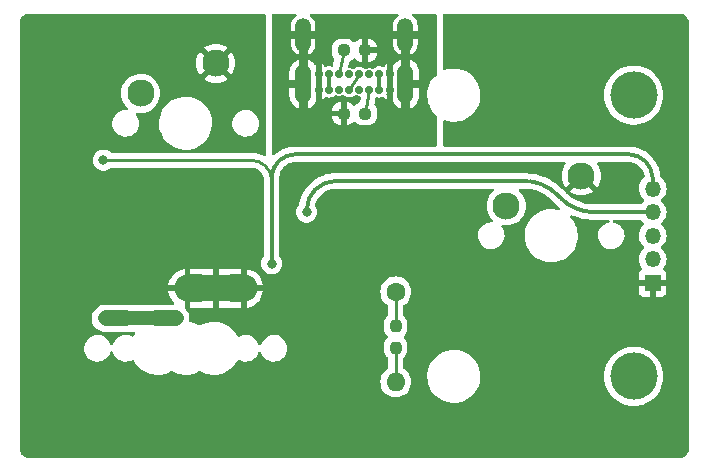
<source format=gbl>
G04 #@! TF.GenerationSoftware,KiCad,Pcbnew,7.0.11*
G04 #@! TF.CreationDate,2024-05-21T13:22:13-04:00*
G04 #@! TF.ProjectId,ISOCHet,49534f43-4865-4742-9e6b-696361645f70,rev?*
G04 #@! TF.SameCoordinates,Original*
G04 #@! TF.FileFunction,Copper,L2,Bot*
G04 #@! TF.FilePolarity,Positive*
%FSLAX46Y46*%
G04 Gerber Fmt 4.6, Leading zero omitted, Abs format (unit mm)*
G04 Created by KiCad (PCBNEW 7.0.11) date 2024-05-21 13:22:13*
%MOMM*%
%LPD*%
G01*
G04 APERTURE LIST*
G04 Aperture macros list*
%AMRoundRect*
0 Rectangle with rounded corners*
0 $1 Rounding radius*
0 $2 $3 $4 $5 $6 $7 $8 $9 X,Y pos of 4 corners*
0 Add a 4 corners polygon primitive as box body*
4,1,4,$2,$3,$4,$5,$6,$7,$8,$9,$2,$3,0*
0 Add four circle primitives for the rounded corners*
1,1,$1+$1,$2,$3*
1,1,$1+$1,$4,$5*
1,1,$1+$1,$6,$7*
1,1,$1+$1,$8,$9*
0 Add four rect primitives between the rounded corners*
20,1,$1+$1,$2,$3,$4,$5,0*
20,1,$1+$1,$4,$5,$6,$7,0*
20,1,$1+$1,$6,$7,$8,$9,0*
20,1,$1+$1,$8,$9,$2,$3,0*%
%AMFreePoly0*
4,1,19,-1.250000,0.000000,-1.241997,0.101682,-1.196541,0.258146,-1.113601,0.398390,-0.998390,0.513601,-0.858146,0.596541,-0.701682,0.641997,-0.600000,0.650000,1.250000,0.650000,1.250000,-0.650000,-0.600000,-0.650000,-0.701682,-0.641997,-0.858146,-0.596541,-0.998390,-0.513601,-1.113601,-0.398390,-1.196541,-0.258146,-1.241997,-0.101682,-1.250000,0.000000,-1.250000,0.000000,-1.250000,0.000000,
$1*%
%AMFreePoly1*
4,1,23,-1.150000,0.000000,-1.141867,0.136527,-1.095394,0.350159,-1.009331,0.551136,-0.886788,0.732194,-0.732194,0.886788,-0.551136,1.009331,-0.350159,1.095394,-0.136527,1.141867,0.000000,1.150000,1.150000,1.150000,1.150000,-1.150000,0.000000,-1.150000,-0.136527,-1.141867,-0.350159,-1.095394,-0.551136,-1.009331,-0.732194,-0.886788,-0.886788,-0.732194,-1.009331,-0.551136,-1.095394,-0.350159,
-1.141867,-0.136527,-1.150000,0.000000,-1.150000,0.000000,-1.150000,0.000000,$1*%
%AMFreePoly2*
4,1,18,-1.250000,0.650000,0.600000,0.650000,0.701682,0.641997,0.858146,0.596541,0.998390,0.513601,1.113601,0.398390,1.196541,0.258146,1.241997,0.101682,1.250000,0.000000,1.241997,-0.101682,1.196541,-0.258146,1.113601,-0.398390,0.998390,-0.513601,0.858146,-0.596541,0.701682,-0.641997,0.600000,-0.650000,-1.250000,-0.650000,-1.250000,0.650000,-1.250000,0.650000,$1*%
%AMFreePoly3*
4,1,22,-1.150000,1.150000,0.000000,1.150000,0.136527,1.141867,0.350159,1.095394,0.551136,1.009331,0.732194,0.886788,0.886788,0.732194,1.009331,0.551136,1.095394,0.350159,1.141867,0.136527,1.150000,0.000000,1.141867,-0.136527,1.095394,-0.350159,1.009331,-0.551136,0.886788,-0.732194,0.732194,-0.886788,0.551136,-1.009331,0.350159,-1.095394,0.136527,-1.141867,0.000000,-1.150000,
-1.150000,-1.150000,-1.150000,1.150000,-1.150000,1.150000,$1*%
G04 Aperture macros list end*
G04 #@! TA.AperFunction,ComponentPad*
%ADD10C,3.800000*%
G04 #@! TD*
G04 #@! TA.AperFunction,ComponentPad*
%ADD11C,1.600000*%
G04 #@! TD*
G04 #@! TA.AperFunction,SMDPad,CuDef*
%ADD12RoundRect,0.237500X-0.237500X0.250000X-0.237500X-0.250000X0.237500X-0.250000X0.237500X0.250000X0*%
G04 #@! TD*
G04 #@! TA.AperFunction,ComponentPad*
%ADD13O,1.600000X1.600000*%
G04 #@! TD*
G04 #@! TA.AperFunction,ComponentPad*
%ADD14C,2.300000*%
G04 #@! TD*
G04 #@! TA.AperFunction,ComponentPad*
%ADD15R,2.500000X1.300000*%
G04 #@! TD*
G04 #@! TA.AperFunction,ComponentPad*
%ADD16R,2.500000X2.300000*%
G04 #@! TD*
G04 #@! TA.AperFunction,ComponentPad*
%ADD17C,0.700000*%
G04 #@! TD*
G04 #@! TA.AperFunction,ComponentPad*
%ADD18O,1.350000X3.250000*%
G04 #@! TD*
G04 #@! TA.AperFunction,ComponentPad*
%ADD19O,1.350000X2.850000*%
G04 #@! TD*
G04 #@! TA.AperFunction,ComponentPad*
%ADD20FreePoly0,0.000000*%
G04 #@! TD*
G04 #@! TA.AperFunction,ComponentPad*
%ADD21FreePoly1,0.000000*%
G04 #@! TD*
G04 #@! TA.AperFunction,ComponentPad*
%ADD22C,4.000000*%
G04 #@! TD*
G04 #@! TA.AperFunction,ComponentPad*
%ADD23FreePoly2,0.000000*%
G04 #@! TD*
G04 #@! TA.AperFunction,ComponentPad*
%ADD24FreePoly3,0.000000*%
G04 #@! TD*
G04 #@! TA.AperFunction,SMDPad,CuDef*
%ADD25RoundRect,0.237500X0.250000X0.237500X-0.250000X0.237500X-0.250000X-0.237500X0.250000X-0.237500X0*%
G04 #@! TD*
G04 #@! TA.AperFunction,SMDPad,CuDef*
%ADD26RoundRect,0.237500X-0.250000X-0.237500X0.250000X-0.237500X0.250000X0.237500X-0.250000X0.237500X0*%
G04 #@! TD*
G04 #@! TA.AperFunction,ComponentPad*
%ADD27R,1.350000X1.350000*%
G04 #@! TD*
G04 #@! TA.AperFunction,ComponentPad*
%ADD28O,1.350000X1.350000*%
G04 #@! TD*
G04 #@! TA.AperFunction,ViaPad*
%ADD29C,0.800000*%
G04 #@! TD*
G04 #@! TA.AperFunction,Conductor*
%ADD30C,0.300000*%
G04 #@! TD*
G04 #@! TA.AperFunction,Conductor*
%ADD31C,0.250000*%
G04 #@! TD*
G04 #@! TA.AperFunction,Conductor*
%ADD32C,0.500000*%
G04 #@! TD*
G04 APERTURE END LIST*
D10*
X158750000Y-57150000D03*
D11*
X162250000Y-61895000D03*
D12*
X162250000Y-64792500D03*
X162250000Y-66617500D03*
D13*
X162250000Y-69515000D03*
D14*
X171608750Y-54610000D03*
X177958750Y-52070000D03*
X140652500Y-45085000D03*
X147002500Y-42545000D03*
D15*
X140652500Y-64135000D03*
D16*
X147002500Y-61595000D03*
D17*
X161725000Y-44800000D03*
X160875000Y-44800000D03*
X160025000Y-44800000D03*
X159175000Y-44800000D03*
X158325000Y-44800000D03*
X157475000Y-44800000D03*
X156625000Y-44800000D03*
X155775000Y-44800000D03*
X155775000Y-43450000D03*
X156625000Y-43450000D03*
X157475000Y-43450000D03*
X158325000Y-43450000D03*
X159175000Y-43450000D03*
X160025000Y-43450000D03*
X160875000Y-43450000D03*
X161725000Y-43450000D03*
D18*
X163070000Y-44300000D03*
D19*
X163070000Y-40150000D03*
D18*
X154430000Y-44300000D03*
D19*
X154430000Y-40150000D03*
D20*
X138271250Y-64135000D03*
D21*
X144621250Y-61595000D03*
D22*
X182403750Y-45243750D03*
X182403750Y-69056250D03*
D23*
X143033750Y-64135000D03*
D24*
X149383750Y-61595000D03*
D25*
X159662500Y-46800000D03*
X157837500Y-46800000D03*
D26*
X157837500Y-41450000D03*
X159662500Y-41450000D03*
D27*
X184000000Y-61150000D03*
D28*
X184000000Y-59150000D03*
X184000000Y-57150000D03*
X184000000Y-55150000D03*
X184000000Y-53150000D03*
D29*
X154700000Y-55150000D03*
X137500000Y-50750000D03*
X151750000Y-59500000D03*
D30*
X176228427Y-53978427D02*
X175921573Y-53671573D01*
X154700000Y-55000000D02*
X154700000Y-55150000D01*
X184000000Y-55150000D02*
X179056854Y-55150000D01*
X173093146Y-52500000D02*
X157200000Y-52500000D01*
X175921550Y-53671596D02*
G75*
G03*
X173093146Y-52500000I-2828450J-2828404D01*
G01*
X157200000Y-52500000D02*
G75*
G03*
X154700000Y-55000000I0J-2500000D01*
G01*
X176228450Y-53978404D02*
G75*
G03*
X179056854Y-55150000I2828450J2828404D01*
G01*
X160875000Y-43450000D02*
X160875000Y-44800000D01*
X156625000Y-43450000D02*
X156625000Y-44800000D01*
D31*
X160025000Y-44800000D02*
X159662500Y-46800000D01*
X158325000Y-44800000D02*
X159175000Y-43450000D01*
X157837500Y-41450000D02*
X157475000Y-43450000D01*
X162250000Y-61895000D02*
X162250000Y-64792500D01*
X162250000Y-66617500D02*
X162250000Y-69515000D01*
D30*
X151750000Y-59500000D02*
X151751981Y-59498019D01*
D31*
X150000000Y-50750000D02*
X137500000Y-50750000D01*
X151750000Y-59500000D02*
X151747930Y-59497930D01*
D30*
X184000000Y-52250000D02*
X184000000Y-53150000D01*
X153750000Y-50250000D02*
X181961432Y-50250000D01*
X151751981Y-59498019D02*
X151751981Y-52119043D01*
D31*
X151747930Y-59497930D02*
X151747930Y-52374986D01*
X151747913Y-52374987D02*
G75*
G03*
X150000000Y-50750001I-1749713J-129513D01*
G01*
D30*
X153750000Y-50250013D02*
G75*
G03*
X151751981Y-52119043I1700J-2004287D01*
G01*
X183999999Y-52250000D02*
G75*
G03*
X182000000Y-50250001I-2068099J-68100D01*
G01*
D32*
X161725000Y-42450000D02*
X161725000Y-45800000D01*
X155775000Y-42450000D02*
X155775000Y-45800000D01*
G04 #@! TA.AperFunction,Conductor*
G36*
X146246968Y-61461779D02*
G01*
X146236611Y-61639608D01*
X146267543Y-61815032D01*
X146280470Y-61845000D01*
X145341820Y-61845000D01*
X145376782Y-61728221D01*
X145387139Y-61550392D01*
X145356207Y-61374968D01*
X145343280Y-61345000D01*
X146281930Y-61345000D01*
X146246968Y-61461779D01*
G37*
G04 #@! TD.AperFunction*
G04 #@! TA.AperFunction,Conductor*
G36*
X148628218Y-61461779D02*
G01*
X148617861Y-61639608D01*
X148648793Y-61815032D01*
X148661720Y-61845000D01*
X147723070Y-61845000D01*
X147758032Y-61728221D01*
X147768389Y-61550392D01*
X147737457Y-61374968D01*
X147724530Y-61345000D01*
X148663180Y-61345000D01*
X148628218Y-61461779D01*
G37*
G04 #@! TD.AperFunction*
G04 #@! TA.AperFunction,Conductor*
G36*
X151187539Y-38370185D02*
G01*
X151233294Y-38422989D01*
X151244500Y-38474500D01*
X151244500Y-50201714D01*
X151244501Y-50201735D01*
X151251647Y-50253237D01*
X151241363Y-50322346D01*
X151195348Y-50374923D01*
X151128212Y-50394276D01*
X151073630Y-50381317D01*
X150934790Y-50312304D01*
X150676903Y-50219268D01*
X150676899Y-50219267D01*
X150410033Y-50156455D01*
X150410028Y-50156454D01*
X150410019Y-50156453D01*
X150137731Y-50124699D01*
X150137710Y-50124697D01*
X150087621Y-50124625D01*
X150085642Y-50124500D01*
X150079019Y-50124500D01*
X150000642Y-50124500D01*
X149918019Y-50124415D01*
X149916616Y-50124500D01*
X138203748Y-50124500D01*
X138136709Y-50104815D01*
X138111600Y-50083474D01*
X138105873Y-50077114D01*
X138105869Y-50077110D01*
X137952734Y-49965851D01*
X137952729Y-49965848D01*
X137779807Y-49888857D01*
X137779802Y-49888855D01*
X137617473Y-49854352D01*
X137594646Y-49849500D01*
X137405354Y-49849500D01*
X137382527Y-49854352D01*
X137220197Y-49888855D01*
X137220192Y-49888857D01*
X137047270Y-49965848D01*
X137047265Y-49965851D01*
X136894129Y-50077111D01*
X136767466Y-50217785D01*
X136672821Y-50381715D01*
X136672818Y-50381722D01*
X136624140Y-50531539D01*
X136614326Y-50561744D01*
X136594540Y-50750000D01*
X136614326Y-50938256D01*
X136614327Y-50938259D01*
X136672818Y-51118277D01*
X136672821Y-51118284D01*
X136767467Y-51282216D01*
X136865643Y-51391251D01*
X136894129Y-51422888D01*
X137047265Y-51534148D01*
X137047270Y-51534151D01*
X137220192Y-51611142D01*
X137220197Y-51611144D01*
X137405354Y-51650500D01*
X137405355Y-51650500D01*
X137594644Y-51650500D01*
X137594646Y-51650500D01*
X137779803Y-51611144D01*
X137952730Y-51534151D01*
X138105871Y-51422888D01*
X138108788Y-51419647D01*
X138111600Y-51416526D01*
X138171087Y-51379879D01*
X138203748Y-51375500D01*
X149994129Y-51375500D01*
X150004532Y-51375937D01*
X150175850Y-51390384D01*
X150196125Y-51393806D01*
X150357720Y-51435127D01*
X150377165Y-51441863D01*
X150529690Y-51509346D01*
X150547749Y-51519204D01*
X150633828Y-51575940D01*
X150687002Y-51610988D01*
X150703189Y-51623703D01*
X150732013Y-51650500D01*
X150825339Y-51737262D01*
X150839201Y-51752483D01*
X150940872Y-51884677D01*
X150952024Y-51901980D01*
X151030430Y-52049184D01*
X151038567Y-52068096D01*
X151091534Y-52226238D01*
X151096428Y-52246227D01*
X151099955Y-52268502D01*
X151101481Y-52287894D01*
X151101481Y-58826878D01*
X151081796Y-58893917D01*
X151069631Y-58909850D01*
X151017466Y-58967785D01*
X150922821Y-59131715D01*
X150922818Y-59131722D01*
X150876277Y-59274962D01*
X150864326Y-59311744D01*
X150844540Y-59500000D01*
X150864326Y-59688256D01*
X150864327Y-59688259D01*
X150922818Y-59868277D01*
X150922821Y-59868284D01*
X151017467Y-60032216D01*
X151144129Y-60172888D01*
X151297265Y-60284148D01*
X151297270Y-60284151D01*
X151470192Y-60361142D01*
X151470197Y-60361144D01*
X151655354Y-60400500D01*
X151655355Y-60400500D01*
X151844644Y-60400500D01*
X151844646Y-60400500D01*
X152029803Y-60361144D01*
X152202730Y-60284151D01*
X152355871Y-60172888D01*
X152482533Y-60032216D01*
X152577179Y-59868284D01*
X152635674Y-59688256D01*
X152655460Y-59500000D01*
X152635674Y-59311744D01*
X152577179Y-59131716D01*
X152482533Y-58967784D01*
X152434331Y-58914250D01*
X152404101Y-58851258D01*
X152402481Y-58831278D01*
X152402481Y-52161472D01*
X152403741Y-52143843D01*
X152407940Y-52114608D01*
X152428562Y-51971031D01*
X152432578Y-51952880D01*
X152485865Y-51776181D01*
X152492556Y-51758826D01*
X152571687Y-51592103D01*
X152580900Y-51575946D01*
X152684097Y-51422940D01*
X152695624Y-51408345D01*
X152820562Y-51272506D01*
X152834140Y-51259806D01*
X152977995Y-51144203D01*
X152993336Y-51133668D01*
X153152874Y-51040898D01*
X153169599Y-51032787D01*
X153341242Y-50964935D01*
X153358992Y-50959419D01*
X153538850Y-50918025D01*
X153557233Y-50915227D01*
X153657536Y-50907592D01*
X153746013Y-50900858D01*
X153755424Y-50900500D01*
X176519259Y-50900500D01*
X176586298Y-50920185D01*
X176632053Y-50972989D01*
X176641997Y-51042147D01*
X176621539Y-51092541D01*
X176622289Y-51093001D01*
X176484042Y-51318599D01*
X176484040Y-51318602D01*
X176384656Y-51558537D01*
X176384651Y-51558554D01*
X176324024Y-51811087D01*
X176303648Y-52070000D01*
X176324024Y-52328912D01*
X176384651Y-52581445D01*
X176384656Y-52581462D01*
X176484040Y-52821397D01*
X176484042Y-52821400D01*
X176619742Y-53042842D01*
X176619743Y-53042843D01*
X176625551Y-53049644D01*
X177272424Y-52402770D01*
X177294347Y-52453593D01*
X177400718Y-52596476D01*
X177537174Y-52710975D01*
X177626477Y-52755824D01*
X176979104Y-53403197D01*
X176985907Y-53409007D01*
X177207349Y-53544707D01*
X177207352Y-53544709D01*
X177447287Y-53644093D01*
X177447304Y-53644098D01*
X177699838Y-53704725D01*
X177699837Y-53704725D01*
X177958750Y-53725101D01*
X178217662Y-53704725D01*
X178470195Y-53644098D01*
X178470212Y-53644093D01*
X178710147Y-53544709D01*
X178710150Y-53544707D01*
X178931594Y-53409005D01*
X178938394Y-53403197D01*
X178294057Y-52758860D01*
X178303063Y-52755583D01*
X178451888Y-52657699D01*
X178574128Y-52528132D01*
X178645981Y-52403678D01*
X179291947Y-53049644D01*
X179297755Y-53042844D01*
X179433457Y-52821400D01*
X179433459Y-52821397D01*
X179532843Y-52581462D01*
X179532848Y-52581445D01*
X179593475Y-52328912D01*
X179613851Y-52070000D01*
X179593475Y-51811087D01*
X179532848Y-51558554D01*
X179532843Y-51558537D01*
X179433459Y-51318602D01*
X179433457Y-51318599D01*
X179295211Y-51093001D01*
X179296156Y-51092421D01*
X179274444Y-51031596D01*
X179290260Y-50963540D01*
X179340359Y-50914838D01*
X179398241Y-50900500D01*
X181975114Y-50900500D01*
X181988499Y-50901225D01*
X182017843Y-50904411D01*
X182181364Y-50922167D01*
X182199683Y-50925564D01*
X182387835Y-50975347D01*
X182405436Y-50981452D01*
X182584005Y-51058885D01*
X182600495Y-51067564D01*
X182640365Y-51092541D01*
X182765418Y-51170883D01*
X182780428Y-51181940D01*
X182841815Y-51234719D01*
X182928004Y-51308823D01*
X182941176Y-51321995D01*
X182990944Y-51379879D01*
X183068059Y-51469571D01*
X183079116Y-51484581D01*
X183182433Y-51649500D01*
X183191116Y-51665999D01*
X183268544Y-51844556D01*
X183274654Y-51862171D01*
X183324433Y-52050310D01*
X183327832Y-52068634D01*
X183328098Y-52071075D01*
X183331260Y-52100196D01*
X183318926Y-52168969D01*
X183291522Y-52205218D01*
X183127574Y-52354675D01*
X182996288Y-52528527D01*
X182899184Y-52723537D01*
X182839564Y-52933081D01*
X182819464Y-53149999D01*
X182819464Y-53150000D01*
X182839564Y-53366918D01*
X182839564Y-53366920D01*
X182839565Y-53366923D01*
X182891413Y-53549149D01*
X182899184Y-53576462D01*
X182996288Y-53771472D01*
X183127574Y-53945324D01*
X183251572Y-54058363D01*
X183287854Y-54118074D01*
X183286093Y-54187922D01*
X183251572Y-54241637D01*
X183127579Y-54354671D01*
X183127571Y-54354680D01*
X183074160Y-54425407D01*
X183066817Y-54435133D01*
X183055419Y-54450226D01*
X182999310Y-54491863D01*
X182956465Y-54499500D01*
X179059915Y-54499500D01*
X179053829Y-54499351D01*
X178734638Y-54483666D01*
X178722528Y-54482473D01*
X178409437Y-54436027D01*
X178397502Y-54433653D01*
X178090461Y-54356740D01*
X178078816Y-54353207D01*
X177780807Y-54246574D01*
X177769565Y-54241917D01*
X177483439Y-54106586D01*
X177472707Y-54100850D01*
X177201216Y-53938121D01*
X177191098Y-53931360D01*
X176936867Y-53742806D01*
X176927461Y-53735086D01*
X176752449Y-53576462D01*
X176690184Y-53520028D01*
X176685785Y-53515839D01*
X176632253Y-53462306D01*
X176632242Y-53462296D01*
X176350210Y-53180263D01*
X176349441Y-53179541D01*
X176237962Y-53068059D01*
X176237954Y-53068052D01*
X175926874Y-52807020D01*
X175789710Y-52710975D01*
X175594232Y-52574097D01*
X175242544Y-52371046D01*
X174874503Y-52199421D01*
X174874497Y-52199419D01*
X174492927Y-52060534D01*
X174492896Y-52060525D01*
X174100676Y-51955425D01*
X174100666Y-51955422D01*
X174100659Y-51955421D01*
X173900700Y-51920160D01*
X173700743Y-51884900D01*
X173296198Y-51849502D01*
X173182934Y-51849501D01*
X173182916Y-51849500D01*
X173175323Y-51849500D01*
X173093153Y-51849500D01*
X173019860Y-51849499D01*
X173019859Y-51849499D01*
X173012265Y-51849499D01*
X173012249Y-51849500D01*
X157273294Y-51849500D01*
X157200000Y-51849500D01*
X157034889Y-51849500D01*
X156870683Y-51866758D01*
X156706473Y-51884017D01*
X156706472Y-51884018D01*
X156383475Y-51952672D01*
X156383474Y-51952673D01*
X156069419Y-52054715D01*
X155767739Y-52189031D01*
X155767733Y-52189034D01*
X155481763Y-52354139D01*
X155481758Y-52354142D01*
X155214611Y-52548235D01*
X154969203Y-52769203D01*
X154748235Y-53014611D01*
X154554142Y-53281758D01*
X154554139Y-53281763D01*
X154389034Y-53567733D01*
X154389031Y-53567739D01*
X154254715Y-53869419D01*
X154152673Y-54183473D01*
X154095970Y-54450238D01*
X154066830Y-54507428D01*
X153967470Y-54617778D01*
X153967465Y-54617785D01*
X153872821Y-54781715D01*
X153872818Y-54781722D01*
X153819554Y-54945653D01*
X153814326Y-54961744D01*
X153794540Y-55150000D01*
X153814326Y-55338256D01*
X153814327Y-55338259D01*
X153872818Y-55518277D01*
X153872821Y-55518284D01*
X153967467Y-55682216D01*
X154047834Y-55771472D01*
X154094129Y-55822888D01*
X154247265Y-55934148D01*
X154247270Y-55934151D01*
X154420192Y-56011142D01*
X154420197Y-56011144D01*
X154605354Y-56050500D01*
X154605355Y-56050500D01*
X154794644Y-56050500D01*
X154794646Y-56050500D01*
X154979803Y-56011144D01*
X155152730Y-55934151D01*
X155305871Y-55822888D01*
X155432533Y-55682216D01*
X155527179Y-55518284D01*
X155585674Y-55338256D01*
X155605460Y-55150000D01*
X155585674Y-54961744D01*
X155527179Y-54781716D01*
X155432533Y-54617784D01*
X155429284Y-54612156D01*
X155431352Y-54610961D01*
X155411515Y-54555370D01*
X155417894Y-54508429D01*
X155443277Y-54433653D01*
X155488675Y-54299915D01*
X155494873Y-54284949D01*
X155594694Y-54082533D01*
X155602797Y-54068498D01*
X155728185Y-53880841D01*
X155738042Y-53867995D01*
X155886852Y-53698310D01*
X155898310Y-53686852D01*
X156067995Y-53538042D01*
X156080841Y-53528185D01*
X156268498Y-53402797D01*
X156282533Y-53394694D01*
X156484949Y-53294873D01*
X156499915Y-53288675D01*
X156651370Y-53237262D01*
X156713620Y-53216132D01*
X156729287Y-53211934D01*
X156950628Y-53167906D01*
X156966680Y-53165792D01*
X157195971Y-53150764D01*
X157204052Y-53150500D01*
X157273294Y-53150500D01*
X170440099Y-53150500D01*
X170507138Y-53170185D01*
X170552893Y-53222989D01*
X170562837Y-53292147D01*
X170533812Y-53355703D01*
X170520634Y-53368786D01*
X170438061Y-53439311D01*
X170269338Y-53636859D01*
X170133593Y-53858376D01*
X170034177Y-54098389D01*
X169973528Y-54351009D01*
X169953146Y-54610000D01*
X169973528Y-54868990D01*
X170034177Y-55121610D01*
X170133593Y-55361623D01*
X170133595Y-55361627D01*
X170133596Y-55361628D01*
X170269338Y-55583140D01*
X170438061Y-55780689D01*
X170467943Y-55806210D01*
X170506136Y-55864716D01*
X170506635Y-55934584D01*
X170469281Y-55993631D01*
X170405934Y-56023109D01*
X170387411Y-56024500D01*
X170285132Y-56024500D01*
X170124779Y-56039812D01*
X170124775Y-56039813D01*
X169918543Y-56100368D01*
X169727486Y-56198864D01*
X169558535Y-56331729D01*
X169558532Y-56331733D01*
X169417771Y-56494178D01*
X169310303Y-56680319D01*
X169240001Y-56883442D01*
X169240000Y-56883444D01*
X169209411Y-57096200D01*
X169209410Y-57096202D01*
X169219637Y-57310901D01*
X169270313Y-57519791D01*
X169270315Y-57519795D01*
X169272303Y-57524149D01*
X169359604Y-57715310D01*
X169484284Y-57890399D01*
X169484285Y-57890400D01*
X169484290Y-57890406D01*
X169639844Y-58038725D01*
X169639846Y-58038726D01*
X169639847Y-58038727D01*
X169820670Y-58154935D01*
X170020218Y-58234822D01*
X170125748Y-58255161D01*
X170231277Y-58275500D01*
X170231278Y-58275500D01*
X170392362Y-58275500D01*
X170392368Y-58275500D01*
X170552721Y-58260188D01*
X170758959Y-58199631D01*
X170950009Y-58101138D01*
X171118967Y-57968268D01*
X171259726Y-57805824D01*
X171367198Y-57619677D01*
X171437500Y-57416554D01*
X171468089Y-57203797D01*
X171457862Y-56989096D01*
X171407187Y-56780210D01*
X171317896Y-56584690D01*
X171211886Y-56435820D01*
X171189035Y-56369794D01*
X171205508Y-56301894D01*
X171256075Y-56253678D01*
X171324682Y-56240456D01*
X171341839Y-56243320D01*
X171349756Y-56245221D01*
X171608750Y-56265604D01*
X171867744Y-56245221D01*
X172120360Y-56184573D01*
X172360378Y-56085154D01*
X172581890Y-55949412D01*
X172779439Y-55780689D01*
X172948162Y-55583140D01*
X173083904Y-55361628D01*
X173183323Y-55121610D01*
X173243971Y-54868994D01*
X173264354Y-54610000D01*
X173243971Y-54351006D01*
X173183323Y-54098390D01*
X173105629Y-53910820D01*
X173083906Y-53858376D01*
X173030651Y-53771472D01*
X172948162Y-53636860D01*
X172779439Y-53439311D01*
X172696868Y-53368788D01*
X172658676Y-53310283D01*
X172658177Y-53240416D01*
X172695531Y-53181369D01*
X172758878Y-53151891D01*
X172777401Y-53150500D01*
X173090085Y-53150500D01*
X173096171Y-53150649D01*
X173174883Y-53154516D01*
X173415362Y-53166333D01*
X173427471Y-53167526D01*
X173740576Y-53213974D01*
X173752483Y-53216343D01*
X174059544Y-53293260D01*
X174071172Y-53296788D01*
X174369195Y-53403426D01*
X174380434Y-53408082D01*
X174488386Y-53459140D01*
X174666566Y-53543416D01*
X174677285Y-53549145D01*
X174823624Y-53636859D01*
X174948783Y-53711878D01*
X174958901Y-53718639D01*
X175168506Y-53874096D01*
X175213132Y-53907193D01*
X175222536Y-53914911D01*
X175459816Y-54129972D01*
X175464193Y-54134139D01*
X175480054Y-54150000D01*
X175520489Y-54190436D01*
X175520496Y-54190442D01*
X175799819Y-54469765D01*
X175800563Y-54470463D01*
X175912037Y-54581940D01*
X175912043Y-54581945D01*
X175912046Y-54581948D01*
X176143308Y-54776004D01*
X176182009Y-54834175D01*
X176183117Y-54904036D01*
X176146280Y-54963406D01*
X176083192Y-54993435D01*
X176030841Y-54990586D01*
X175866809Y-54945653D01*
X175866806Y-54945652D01*
X175866804Y-54945652D01*
X175568995Y-54905600D01*
X175343717Y-54905600D01*
X175343709Y-54905600D01*
X175118933Y-54920647D01*
X175118924Y-54920649D01*
X174824460Y-54980501D01*
X174540597Y-55079069D01*
X174540594Y-55079071D01*
X174272412Y-55214589D01*
X174024668Y-55384655D01*
X173801812Y-55586216D01*
X173607808Y-55815686D01*
X173607806Y-55815688D01*
X173446116Y-56068972D01*
X173324185Y-56331729D01*
X173319632Y-56341540D01*
X173298522Y-56409593D01*
X173230604Y-56628535D01*
X173180624Y-56924842D01*
X173170583Y-57225167D01*
X173200660Y-57524142D01*
X173200661Y-57524149D01*
X173270318Y-57816441D01*
X173270321Y-57816453D01*
X173378316Y-58096853D01*
X173378323Y-58096868D01*
X173522729Y-58360375D01*
X173522733Y-58360381D01*
X173614046Y-58484312D01*
X173700973Y-58602290D01*
X173909871Y-58818289D01*
X174145696Y-59004518D01*
X174404237Y-59157652D01*
X174680883Y-59274960D01*
X174680886Y-59274960D01*
X174680889Y-59274962D01*
X174815152Y-59311740D01*
X174970696Y-59354348D01*
X175268505Y-59394400D01*
X175268510Y-59394400D01*
X175493791Y-59394400D01*
X175657263Y-59383456D01*
X175718569Y-59379352D01*
X176013037Y-59319499D01*
X176296901Y-59220931D01*
X176565093Y-59085407D01*
X176812830Y-58915346D01*
X177035689Y-58713782D01*
X177229693Y-58484312D01*
X177391381Y-58231032D01*
X177517868Y-57958460D01*
X177606896Y-57671462D01*
X177656876Y-57375158D01*
X177666917Y-57074836D01*
X177636839Y-56775855D01*
X177567180Y-56483551D01*
X177459181Y-56203140D01*
X177314771Y-55939625D01*
X177273745Y-55883944D01*
X177136529Y-55697712D01*
X177053121Y-55611469D01*
X177020665Y-55549595D01*
X177026814Y-55479996D01*
X177069614Y-55424770D01*
X177135477Y-55401450D01*
X177194659Y-55412882D01*
X177275493Y-55450577D01*
X177402692Y-55496875D01*
X177657072Y-55589465D01*
X177657079Y-55589467D01*
X177657090Y-55589471D01*
X178049341Y-55694579D01*
X178449259Y-55765100D01*
X178810895Y-55796742D01*
X178853801Y-55800497D01*
X178853802Y-55800497D01*
X178962841Y-55800497D01*
X178962857Y-55800500D01*
X179056847Y-55800500D01*
X179130140Y-55800501D01*
X179130144Y-55800500D01*
X180237363Y-55800500D01*
X180304402Y-55820185D01*
X180350157Y-55872989D01*
X180360101Y-55942147D01*
X180331076Y-56005703D01*
X180272298Y-56043476D01*
X180221604Y-56058362D01*
X180078543Y-56100368D01*
X179887486Y-56198864D01*
X179718535Y-56331729D01*
X179718532Y-56331733D01*
X179577771Y-56494178D01*
X179470303Y-56680319D01*
X179400001Y-56883442D01*
X179400000Y-56883444D01*
X179369411Y-57096200D01*
X179369410Y-57096202D01*
X179379637Y-57310901D01*
X179430313Y-57519791D01*
X179430315Y-57519795D01*
X179432303Y-57524149D01*
X179519604Y-57715310D01*
X179644284Y-57890399D01*
X179644285Y-57890400D01*
X179644290Y-57890406D01*
X179799844Y-58038725D01*
X179799846Y-58038726D01*
X179799847Y-58038727D01*
X179980670Y-58154935D01*
X180180218Y-58234822D01*
X180285748Y-58255161D01*
X180391277Y-58275500D01*
X180391278Y-58275500D01*
X180552362Y-58275500D01*
X180552368Y-58275500D01*
X180712721Y-58260188D01*
X180918959Y-58199631D01*
X181110009Y-58101138D01*
X181278967Y-57968268D01*
X181419726Y-57805824D01*
X181527198Y-57619677D01*
X181597500Y-57416554D01*
X181628089Y-57203797D01*
X181617862Y-56989096D01*
X181567187Y-56780210D01*
X181477896Y-56584690D01*
X181353216Y-56409601D01*
X181353214Y-56409599D01*
X181353209Y-56409593D01*
X181197655Y-56261274D01*
X181016830Y-56145065D01*
X180817280Y-56065177D01*
X180719120Y-56046259D01*
X180657017Y-56014243D01*
X180622082Y-55953734D01*
X180625407Y-55883944D01*
X180665935Y-55827029D01*
X180730800Y-55801061D01*
X180742587Y-55800500D01*
X182956465Y-55800500D01*
X183023504Y-55820185D01*
X183055418Y-55849773D01*
X183127573Y-55945322D01*
X183127576Y-55945325D01*
X183127579Y-55945328D01*
X183251572Y-56058363D01*
X183287854Y-56118074D01*
X183286093Y-56187922D01*
X183251572Y-56241637D01*
X183127574Y-56354675D01*
X182996288Y-56528527D01*
X182899184Y-56723537D01*
X182839564Y-56933081D01*
X182819464Y-57149999D01*
X182819464Y-57150000D01*
X182839564Y-57366918D01*
X182839564Y-57366920D01*
X182839565Y-57366923D01*
X182884300Y-57524149D01*
X182899184Y-57576462D01*
X182996288Y-57771472D01*
X183127574Y-57945324D01*
X183251572Y-58058363D01*
X183287854Y-58118074D01*
X183286093Y-58187922D01*
X183251572Y-58241637D01*
X183127574Y-58354675D01*
X182996288Y-58528527D01*
X182899184Y-58723537D01*
X182869781Y-58826878D01*
X182844611Y-58915344D01*
X182839564Y-58933081D01*
X182819464Y-59149999D01*
X182819464Y-59150000D01*
X182839564Y-59366918D01*
X182839564Y-59366920D01*
X182839565Y-59366923D01*
X182847383Y-59394400D01*
X182899184Y-59576462D01*
X182996288Y-59771472D01*
X183078049Y-59879741D01*
X183102741Y-59945102D01*
X183088176Y-60013437D01*
X183053406Y-60053735D01*
X182967809Y-60117813D01*
X182881649Y-60232906D01*
X182881645Y-60232913D01*
X182831403Y-60367620D01*
X182831401Y-60367627D01*
X182825000Y-60427155D01*
X182825000Y-60900000D01*
X183684314Y-60900000D01*
X183672359Y-60911955D01*
X183614835Y-61024852D01*
X183595014Y-61150000D01*
X183614835Y-61275148D01*
X183672359Y-61388045D01*
X183684314Y-61400000D01*
X182825000Y-61400000D01*
X182825000Y-61872844D01*
X182831401Y-61932372D01*
X182831403Y-61932379D01*
X182881645Y-62067086D01*
X182881649Y-62067093D01*
X182967809Y-62182187D01*
X182967812Y-62182190D01*
X183082906Y-62268350D01*
X183082913Y-62268354D01*
X183217620Y-62318596D01*
X183217627Y-62318598D01*
X183277155Y-62324999D01*
X183277172Y-62325000D01*
X183750000Y-62325000D01*
X183750000Y-61465686D01*
X183761955Y-61477641D01*
X183874852Y-61535165D01*
X183968519Y-61550000D01*
X184031481Y-61550000D01*
X184125148Y-61535165D01*
X184238045Y-61477641D01*
X184250000Y-61465686D01*
X184250000Y-62325000D01*
X184722828Y-62325000D01*
X184722844Y-62324999D01*
X184782372Y-62318598D01*
X184782379Y-62318596D01*
X184917086Y-62268354D01*
X184917093Y-62268350D01*
X185032187Y-62182190D01*
X185032190Y-62182187D01*
X185118350Y-62067093D01*
X185118354Y-62067086D01*
X185168596Y-61932379D01*
X185168598Y-61932372D01*
X185174999Y-61872844D01*
X185175000Y-61872827D01*
X185175000Y-61400000D01*
X184315686Y-61400000D01*
X184327641Y-61388045D01*
X184385165Y-61275148D01*
X184404986Y-61150000D01*
X184385165Y-61024852D01*
X184327641Y-60911955D01*
X184315686Y-60900000D01*
X185175000Y-60900000D01*
X185175000Y-60427172D01*
X185174999Y-60427155D01*
X185168598Y-60367627D01*
X185168596Y-60367620D01*
X185118354Y-60232913D01*
X185118350Y-60232906D01*
X185032190Y-60117812D01*
X184946593Y-60053733D01*
X184904723Y-59997799D01*
X184899739Y-59928107D01*
X184921951Y-59879741D01*
X185003712Y-59771472D01*
X185100817Y-59576459D01*
X185160435Y-59366923D01*
X185180536Y-59150000D01*
X185160435Y-58933077D01*
X185100817Y-58723541D01*
X185003712Y-58528528D01*
X184872427Y-58354678D01*
X184748423Y-58241634D01*
X184712145Y-58181927D01*
X184713905Y-58112079D01*
X184748423Y-58058365D01*
X184872427Y-57945322D01*
X185003712Y-57771472D01*
X185100817Y-57576459D01*
X185160435Y-57366923D01*
X185180536Y-57150000D01*
X185160435Y-56933077D01*
X185100817Y-56723541D01*
X185003712Y-56528528D01*
X184872427Y-56354678D01*
X184748423Y-56241634D01*
X184712145Y-56181927D01*
X184713905Y-56112079D01*
X184748423Y-56058365D01*
X184872427Y-55945322D01*
X185003712Y-55771472D01*
X185100817Y-55576459D01*
X185160435Y-55366923D01*
X185180536Y-55150000D01*
X185160435Y-54933077D01*
X185100817Y-54723541D01*
X185003712Y-54528528D01*
X184872427Y-54354678D01*
X184748423Y-54241634D01*
X184712145Y-54181927D01*
X184713905Y-54112079D01*
X184748423Y-54058365D01*
X184872427Y-53945322D01*
X185003712Y-53771472D01*
X185100817Y-53576459D01*
X185160435Y-53366923D01*
X185180536Y-53150000D01*
X185160435Y-52933077D01*
X185100817Y-52723541D01*
X185003712Y-52528528D01*
X184872427Y-52354678D01*
X184711432Y-52207912D01*
X184704683Y-52203733D01*
X184658048Y-52151706D01*
X184646027Y-52102351D01*
X184645006Y-52071075D01*
X184645006Y-52071071D01*
X184598312Y-51759339D01*
X184596455Y-51752483D01*
X184533286Y-51519207D01*
X184515923Y-51455087D01*
X184398943Y-51162388D01*
X184398939Y-51162380D01*
X184398935Y-51162372D01*
X184248936Y-50885161D01*
X184067911Y-50627116D01*
X183858292Y-50391707D01*
X183622883Y-50182088D01*
X183364838Y-50001063D01*
X183087627Y-49851064D01*
X183087619Y-49851060D01*
X183087613Y-49851057D01*
X183087612Y-49851057D01*
X182794913Y-49734077D01*
X182794909Y-49734076D01*
X182794907Y-49734075D01*
X182490672Y-49651690D01*
X182490664Y-49651688D01*
X182178924Y-49604993D01*
X182060874Y-49601140D01*
X182049384Y-49600229D01*
X182043611Y-49599500D01*
X182043609Y-49599500D01*
X182012765Y-49599500D01*
X182008685Y-49599433D01*
X181948157Y-49597440D01*
X181948156Y-49597440D01*
X181948155Y-49597440D01*
X181948153Y-49597440D01*
X181941848Y-49597941D01*
X181925619Y-49599500D01*
X166379500Y-49599500D01*
X166312461Y-49579815D01*
X166266706Y-49527011D01*
X166255500Y-49475500D01*
X166255500Y-47483729D01*
X166275185Y-47416690D01*
X166327989Y-47370935D01*
X166397147Y-47360991D01*
X166421788Y-47367865D01*
X166421967Y-47367350D01*
X166425872Y-47368705D01*
X166425883Y-47368710D01*
X166715696Y-47448098D01*
X167013505Y-47488150D01*
X167013510Y-47488150D01*
X167238791Y-47488150D01*
X167402263Y-47477206D01*
X167463569Y-47473102D01*
X167758037Y-47413249D01*
X168041901Y-47314681D01*
X168310093Y-47179157D01*
X168557830Y-47009096D01*
X168780689Y-46807532D01*
X168974693Y-46578062D01*
X169136381Y-46324782D01*
X169262868Y-46052210D01*
X169351896Y-45765212D01*
X169401876Y-45468908D01*
X169409404Y-45243755D01*
X179898306Y-45243755D01*
X179918060Y-45557754D01*
X179918061Y-45557761D01*
X179918062Y-45557765D01*
X179975650Y-45859655D01*
X179977020Y-45866833D01*
X180074247Y-46166066D01*
X180074249Y-46166071D01*
X180208211Y-46450753D01*
X180208214Y-46450759D01*
X180376801Y-46716411D01*
X180376804Y-46716415D01*
X180577356Y-46958840D01*
X180577358Y-46958842D01*
X180577360Y-46958844D01*
X180588363Y-46969176D01*
X180806718Y-47174226D01*
X180806728Y-47174234D01*
X181061254Y-47359158D01*
X181061259Y-47359160D01*
X181061266Y-47359166D01*
X181336984Y-47510744D01*
X181336989Y-47510746D01*
X181336991Y-47510747D01*
X181336992Y-47510748D01*
X181629521Y-47626568D01*
X181629524Y-47626569D01*
X181916170Y-47700167D01*
X181934277Y-47704816D01*
X181999760Y-47713088D01*
X182246420Y-47744249D01*
X182246429Y-47744249D01*
X182246432Y-47744250D01*
X182246434Y-47744250D01*
X182561066Y-47744250D01*
X182561068Y-47744250D01*
X182561071Y-47744249D01*
X182561079Y-47744249D01*
X182747343Y-47720718D01*
X182873223Y-47704816D01*
X183177975Y-47626569D01*
X183177978Y-47626568D01*
X183470507Y-47510748D01*
X183470508Y-47510747D01*
X183470506Y-47510747D01*
X183470516Y-47510744D01*
X183746234Y-47359166D01*
X184000780Y-47174228D01*
X184230140Y-46958844D01*
X184430697Y-46716413D01*
X184599287Y-46450757D01*
X184733253Y-46166065D01*
X184830481Y-45866829D01*
X184889438Y-45557765D01*
X184889439Y-45557754D01*
X184909194Y-45243755D01*
X184909194Y-45243744D01*
X184889439Y-44929745D01*
X184889438Y-44929738D01*
X184889438Y-44929735D01*
X184830481Y-44620671D01*
X184733253Y-44321435D01*
X184599287Y-44036743D01*
X184564164Y-43981398D01*
X184430698Y-43771088D01*
X184430695Y-43771084D01*
X184230143Y-43528659D01*
X184230141Y-43528657D01*
X184000781Y-43313273D01*
X184000771Y-43313265D01*
X183746245Y-43128341D01*
X183746238Y-43128336D01*
X183746234Y-43128334D01*
X183470516Y-42976756D01*
X183470513Y-42976754D01*
X183470508Y-42976752D01*
X183470507Y-42976751D01*
X183177978Y-42860931D01*
X183177975Y-42860930D01*
X182873226Y-42782684D01*
X182873213Y-42782682D01*
X182561079Y-42743250D01*
X182561068Y-42743250D01*
X182246432Y-42743250D01*
X182246420Y-42743250D01*
X181934286Y-42782682D01*
X181934273Y-42782684D01*
X181629524Y-42860930D01*
X181629521Y-42860931D01*
X181336992Y-42976751D01*
X181336991Y-42976752D01*
X181061266Y-43128334D01*
X181061254Y-43128341D01*
X180806728Y-43313265D01*
X180806718Y-43313273D01*
X180577358Y-43528657D01*
X180577356Y-43528659D01*
X180376804Y-43771084D01*
X180376801Y-43771088D01*
X180208214Y-44036740D01*
X180208211Y-44036746D01*
X180074249Y-44321428D01*
X180074247Y-44321433D01*
X179977020Y-44620666D01*
X179918061Y-44929738D01*
X179918060Y-44929745D01*
X179898306Y-45243744D01*
X179898306Y-45243755D01*
X169409404Y-45243755D01*
X169411917Y-45168586D01*
X169381839Y-44869605D01*
X169312180Y-44577301D01*
X169204181Y-44296890D01*
X169059771Y-44033375D01*
X168881527Y-43791460D01*
X168672629Y-43575461D01*
X168672622Y-43575455D01*
X168436805Y-43389233D01*
X168436806Y-43389233D01*
X168436804Y-43389232D01*
X168178263Y-43236098D01*
X167901617Y-43118790D01*
X167901610Y-43118787D01*
X167611809Y-43039403D01*
X167611806Y-43039402D01*
X167611804Y-43039402D01*
X167313995Y-42999350D01*
X167088717Y-42999350D01*
X167088709Y-42999350D01*
X166863933Y-43014397D01*
X166863924Y-43014399D01*
X166569460Y-43074251D01*
X166420175Y-43126089D01*
X166350388Y-43129484D01*
X166289844Y-43094611D01*
X166257765Y-43032540D01*
X166255500Y-43008950D01*
X166255500Y-38474500D01*
X166275185Y-38407461D01*
X166327989Y-38361706D01*
X166379500Y-38350500D01*
X186280830Y-38350500D01*
X186318908Y-38350500D01*
X186331061Y-38351097D01*
X186341635Y-38352138D01*
X186459069Y-38363704D01*
X186482897Y-38368443D01*
X186600140Y-38404008D01*
X186622589Y-38413308D01*
X186730630Y-38471057D01*
X186750840Y-38484561D01*
X186845535Y-38562274D01*
X186862725Y-38579464D01*
X186940438Y-38674159D01*
X186953942Y-38694369D01*
X187011690Y-38802407D01*
X187020993Y-38824865D01*
X187056554Y-38942093D01*
X187061296Y-38965935D01*
X187073903Y-39093938D01*
X187074500Y-39106092D01*
X187074500Y-75193907D01*
X187073903Y-75206061D01*
X187061296Y-75334064D01*
X187056554Y-75357906D01*
X187020993Y-75475134D01*
X187011690Y-75497592D01*
X186953942Y-75605630D01*
X186940438Y-75625840D01*
X186862725Y-75720535D01*
X186845535Y-75737725D01*
X186750840Y-75815438D01*
X186730630Y-75828942D01*
X186622592Y-75886690D01*
X186600134Y-75895993D01*
X186482906Y-75931554D01*
X186459064Y-75936296D01*
X186331062Y-75948903D01*
X186318908Y-75949500D01*
X131181092Y-75949500D01*
X131168938Y-75948903D01*
X131040935Y-75936296D01*
X131017095Y-75931554D01*
X130899864Y-75895992D01*
X130877407Y-75886690D01*
X130769369Y-75828942D01*
X130749159Y-75815438D01*
X130654464Y-75737725D01*
X130637274Y-75720535D01*
X130559561Y-75625840D01*
X130546057Y-75605630D01*
X130488309Y-75497592D01*
X130479008Y-75475140D01*
X130443443Y-75357897D01*
X130438704Y-75334069D01*
X130426097Y-75206060D01*
X130425500Y-75193907D01*
X130425500Y-69515001D01*
X160944532Y-69515001D01*
X160964364Y-69741686D01*
X160964366Y-69741697D01*
X161023258Y-69961488D01*
X161023261Y-69961497D01*
X161119431Y-70167732D01*
X161119432Y-70167734D01*
X161249954Y-70354141D01*
X161410858Y-70515045D01*
X161410861Y-70515047D01*
X161597266Y-70645568D01*
X161803504Y-70741739D01*
X162023308Y-70800635D01*
X162185230Y-70814801D01*
X162249998Y-70820468D01*
X162250000Y-70820468D01*
X162250002Y-70820468D01*
X162306673Y-70815509D01*
X162476692Y-70800635D01*
X162696496Y-70741739D01*
X162902734Y-70645568D01*
X163089139Y-70515047D01*
X163250047Y-70354139D01*
X163380568Y-70167734D01*
X163476739Y-69961496D01*
X163535635Y-69741692D01*
X163555468Y-69515000D01*
X163535635Y-69288308D01*
X163493596Y-69131417D01*
X164915583Y-69131417D01*
X164945660Y-69430392D01*
X164945661Y-69430399D01*
X165015318Y-69722691D01*
X165015321Y-69722703D01*
X165123316Y-70003103D01*
X165123323Y-70003118D01*
X165267729Y-70266625D01*
X165267733Y-70266631D01*
X165359046Y-70390562D01*
X165445973Y-70508540D01*
X165578496Y-70645568D01*
X165654870Y-70724538D01*
X165654877Y-70724544D01*
X165676654Y-70741741D01*
X165890696Y-70910768D01*
X166149237Y-71063902D01*
X166425883Y-71181210D01*
X166425886Y-71181210D01*
X166425889Y-71181212D01*
X166570789Y-71220904D01*
X166715696Y-71260598D01*
X167013505Y-71300650D01*
X167013510Y-71300650D01*
X167238791Y-71300650D01*
X167402263Y-71289706D01*
X167463569Y-71285602D01*
X167758037Y-71225749D01*
X168041901Y-71127181D01*
X168310093Y-70991657D01*
X168557830Y-70821596D01*
X168780689Y-70620032D01*
X168974693Y-70390562D01*
X169136381Y-70137282D01*
X169262868Y-69864710D01*
X169351896Y-69577712D01*
X169401876Y-69281408D01*
X169409404Y-69056255D01*
X179898306Y-69056255D01*
X179918060Y-69370254D01*
X179918061Y-69370261D01*
X179977020Y-69679333D01*
X180074247Y-69978566D01*
X180074249Y-69978571D01*
X180208211Y-70263253D01*
X180208214Y-70263259D01*
X180376801Y-70528911D01*
X180376804Y-70528915D01*
X180577356Y-70771340D01*
X180577358Y-70771342D01*
X180806718Y-70986726D01*
X180806728Y-70986734D01*
X181061254Y-71171658D01*
X181061259Y-71171660D01*
X181061266Y-71171666D01*
X181336984Y-71323244D01*
X181336989Y-71323246D01*
X181336991Y-71323247D01*
X181336992Y-71323248D01*
X181629521Y-71439068D01*
X181629524Y-71439069D01*
X181934273Y-71517315D01*
X181934277Y-71517316D01*
X181999760Y-71525588D01*
X182246420Y-71556749D01*
X182246429Y-71556749D01*
X182246432Y-71556750D01*
X182246434Y-71556750D01*
X182561066Y-71556750D01*
X182561068Y-71556750D01*
X182561071Y-71556749D01*
X182561079Y-71556749D01*
X182747343Y-71533218D01*
X182873223Y-71517316D01*
X183177975Y-71439069D01*
X183177978Y-71439068D01*
X183470507Y-71323248D01*
X183470508Y-71323247D01*
X183470506Y-71323247D01*
X183470516Y-71323244D01*
X183746234Y-71171666D01*
X184000780Y-70986728D01*
X184230140Y-70771344D01*
X184430697Y-70528913D01*
X184599287Y-70263257D01*
X184733253Y-69978565D01*
X184830481Y-69679329D01*
X184889438Y-69370265D01*
X184894594Y-69288313D01*
X184909194Y-69056255D01*
X184909194Y-69056244D01*
X184889439Y-68742245D01*
X184889438Y-68742238D01*
X184889438Y-68742235D01*
X184830481Y-68433171D01*
X184733253Y-68133935D01*
X184599287Y-67849243D01*
X184491841Y-67679934D01*
X184430698Y-67583588D01*
X184430695Y-67583584D01*
X184230143Y-67341159D01*
X184230141Y-67341157D01*
X184000781Y-67125773D01*
X184000771Y-67125765D01*
X183746245Y-66940841D01*
X183746238Y-66940836D01*
X183746234Y-66940834D01*
X183470516Y-66789256D01*
X183470513Y-66789254D01*
X183470508Y-66789252D01*
X183470507Y-66789251D01*
X183177978Y-66673431D01*
X183177975Y-66673430D01*
X182873226Y-66595184D01*
X182873213Y-66595182D01*
X182561079Y-66555750D01*
X182561068Y-66555750D01*
X182246432Y-66555750D01*
X182246420Y-66555750D01*
X181934286Y-66595182D01*
X181934273Y-66595184D01*
X181629524Y-66673430D01*
X181629521Y-66673431D01*
X181336992Y-66789251D01*
X181336991Y-66789252D01*
X181061266Y-66940834D01*
X181061254Y-66940841D01*
X180806728Y-67125765D01*
X180806718Y-67125773D01*
X180577358Y-67341157D01*
X180577356Y-67341159D01*
X180376804Y-67583584D01*
X180376801Y-67583588D01*
X180208214Y-67849240D01*
X180208211Y-67849246D01*
X180074249Y-68133928D01*
X180074247Y-68133933D01*
X179977020Y-68433166D01*
X179918061Y-68742238D01*
X179918060Y-68742245D01*
X179898306Y-69056244D01*
X179898306Y-69056255D01*
X169409404Y-69056255D01*
X169411917Y-68981086D01*
X169381839Y-68682105D01*
X169312180Y-68389801D01*
X169204181Y-68109390D01*
X169059771Y-67845875D01*
X168881527Y-67603960D01*
X168672629Y-67387961D01*
X168672622Y-67387955D01*
X168436805Y-67201733D01*
X168436806Y-67201733D01*
X168436804Y-67201732D01*
X168178263Y-67048598D01*
X167901617Y-66931290D01*
X167901610Y-66931287D01*
X167611809Y-66851903D01*
X167611806Y-66851902D01*
X167611804Y-66851902D01*
X167313995Y-66811850D01*
X167088717Y-66811850D01*
X167088709Y-66811850D01*
X166863933Y-66826897D01*
X166863924Y-66826899D01*
X166569460Y-66886751D01*
X166285597Y-66985319D01*
X166285594Y-66985321D01*
X166017412Y-67120839D01*
X165769668Y-67290905D01*
X165546812Y-67492466D01*
X165352808Y-67721936D01*
X165352806Y-67721938D01*
X165191116Y-67975222D01*
X165064636Y-68247781D01*
X165064632Y-68247790D01*
X165048185Y-68300811D01*
X164975604Y-68534785D01*
X164925624Y-68831092D01*
X164915583Y-69131417D01*
X163493596Y-69131417D01*
X163476739Y-69068504D01*
X163380568Y-68862266D01*
X163254801Y-68682650D01*
X163250045Y-68675858D01*
X163089140Y-68514953D01*
X162928377Y-68402386D01*
X162884752Y-68347809D01*
X162875500Y-68300811D01*
X162875500Y-67564481D01*
X162895185Y-67497442D01*
X162934404Y-67458942D01*
X162935295Y-67458392D01*
X162948350Y-67450340D01*
X163070340Y-67328350D01*
X163160908Y-67181516D01*
X163215174Y-67017753D01*
X163225500Y-66916677D01*
X163225499Y-66318324D01*
X163224159Y-66305210D01*
X163215174Y-66217247D01*
X163211221Y-66205319D01*
X163160908Y-66053484D01*
X163070340Y-65906650D01*
X162956371Y-65792681D01*
X162922886Y-65731358D01*
X162927870Y-65661666D01*
X162956371Y-65617319D01*
X163008878Y-65564812D01*
X163070340Y-65503350D01*
X163160908Y-65356516D01*
X163215174Y-65192753D01*
X163225500Y-65091677D01*
X163225499Y-64493324D01*
X163215174Y-64392247D01*
X163160908Y-64228484D01*
X163070340Y-64081650D01*
X162948350Y-63959660D01*
X162934400Y-63951055D01*
X162887677Y-63899105D01*
X162875500Y-63845518D01*
X162875500Y-63109188D01*
X162895185Y-63042149D01*
X162928377Y-63007613D01*
X163033496Y-62934008D01*
X163089139Y-62895047D01*
X163250047Y-62734139D01*
X163380568Y-62547734D01*
X163476739Y-62341496D01*
X163535635Y-62121692D01*
X163555468Y-61895000D01*
X163551873Y-61853914D01*
X163548472Y-61815032D01*
X163535635Y-61668308D01*
X163476739Y-61448504D01*
X163380568Y-61242266D01*
X163250047Y-61055861D01*
X163250045Y-61055858D01*
X163089141Y-60894954D01*
X162902734Y-60764432D01*
X162902732Y-60764431D01*
X162696497Y-60668261D01*
X162696488Y-60668258D01*
X162476697Y-60609366D01*
X162476693Y-60609365D01*
X162476692Y-60609365D01*
X162476691Y-60609364D01*
X162476686Y-60609364D01*
X162250002Y-60589532D01*
X162249998Y-60589532D01*
X162023313Y-60609364D01*
X162023302Y-60609366D01*
X161803511Y-60668258D01*
X161803502Y-60668261D01*
X161597267Y-60764431D01*
X161597265Y-60764432D01*
X161410858Y-60894954D01*
X161249954Y-61055858D01*
X161119432Y-61242265D01*
X161119431Y-61242267D01*
X161023261Y-61448502D01*
X161023258Y-61448511D01*
X160964366Y-61668302D01*
X160964364Y-61668313D01*
X160944532Y-61894998D01*
X160944532Y-61895001D01*
X160964364Y-62121686D01*
X160964366Y-62121697D01*
X161023258Y-62341488D01*
X161023261Y-62341497D01*
X161119431Y-62547732D01*
X161119432Y-62547734D01*
X161249954Y-62734141D01*
X161410858Y-62895045D01*
X161571623Y-63007613D01*
X161615248Y-63062189D01*
X161624500Y-63109188D01*
X161624500Y-63845518D01*
X161604815Y-63912557D01*
X161565600Y-63951055D01*
X161551650Y-63959660D01*
X161551649Y-63959660D01*
X161429661Y-64081648D01*
X161339093Y-64228481D01*
X161339092Y-64228484D01*
X161284826Y-64392247D01*
X161284826Y-64392248D01*
X161284825Y-64392248D01*
X161274500Y-64493315D01*
X161274500Y-65091669D01*
X161274501Y-65091687D01*
X161284825Y-65192752D01*
X161339092Y-65356515D01*
X161339093Y-65356518D01*
X161429661Y-65503351D01*
X161543629Y-65617319D01*
X161577114Y-65678642D01*
X161572130Y-65748334D01*
X161543629Y-65792681D01*
X161429661Y-65906648D01*
X161339093Y-66053481D01*
X161339092Y-66053484D01*
X161284826Y-66217247D01*
X161284826Y-66217248D01*
X161284825Y-66217248D01*
X161274500Y-66318315D01*
X161274500Y-66916669D01*
X161274501Y-66916687D01*
X161284825Y-67017752D01*
X161318987Y-67120843D01*
X161339092Y-67181516D01*
X161429660Y-67328350D01*
X161551650Y-67450340D01*
X161563920Y-67457908D01*
X161565596Y-67458942D01*
X161612321Y-67510890D01*
X161624500Y-67564481D01*
X161624500Y-68300811D01*
X161604815Y-68367850D01*
X161571623Y-68402386D01*
X161410859Y-68514953D01*
X161249954Y-68675858D01*
X161119432Y-68862265D01*
X161119431Y-68862267D01*
X161023261Y-69068502D01*
X161023258Y-69068511D01*
X160964366Y-69288302D01*
X160964364Y-69288313D01*
X160944532Y-69514998D01*
X160944532Y-69515001D01*
X130425500Y-69515001D01*
X130425500Y-66621202D01*
X135871910Y-66621202D01*
X135882137Y-66835901D01*
X135932813Y-67044791D01*
X135932815Y-67044795D01*
X135995254Y-67181518D01*
X136022104Y-67240310D01*
X136127246Y-67387961D01*
X136146785Y-67415400D01*
X136146790Y-67415406D01*
X136302344Y-67563725D01*
X136302346Y-67563726D01*
X136302347Y-67563727D01*
X136483170Y-67679935D01*
X136682718Y-67759822D01*
X136788248Y-67780161D01*
X136893777Y-67800500D01*
X136893778Y-67800500D01*
X137054862Y-67800500D01*
X137054868Y-67800500D01*
X137215221Y-67785188D01*
X137421459Y-67724631D01*
X137612509Y-67626138D01*
X137781467Y-67493268D01*
X137922226Y-67330824D01*
X137923655Y-67328350D01*
X138029697Y-67144679D01*
X138029698Y-67144677D01*
X138073003Y-67019553D01*
X138113531Y-66962641D01*
X138178396Y-66936673D01*
X138247003Y-66949895D01*
X138297570Y-66998111D01*
X138310687Y-67030876D01*
X138314061Y-67044783D01*
X138314063Y-67044790D01*
X138314064Y-67044792D01*
X138314065Y-67044795D01*
X138376504Y-67181518D01*
X138403354Y-67240310D01*
X138508496Y-67387961D01*
X138528035Y-67415400D01*
X138528040Y-67415406D01*
X138683594Y-67563725D01*
X138683596Y-67563726D01*
X138683597Y-67563727D01*
X138864420Y-67679935D01*
X139063968Y-67759822D01*
X139169498Y-67780161D01*
X139275027Y-67800500D01*
X139275028Y-67800500D01*
X139436112Y-67800500D01*
X139436118Y-67800500D01*
X139596471Y-67785188D01*
X139802709Y-67724631D01*
X139924822Y-67661677D01*
X139993426Y-67648454D01*
X140058291Y-67674422D01*
X140090382Y-67712301D01*
X140185229Y-67885375D01*
X140185233Y-67885381D01*
X140276546Y-68009312D01*
X140363473Y-68127290D01*
X140565019Y-68335687D01*
X140572370Y-68343288D01*
X140572377Y-68343294D01*
X140662855Y-68414744D01*
X140808196Y-68529518D01*
X141066737Y-68682652D01*
X141343383Y-68799960D01*
X141343386Y-68799960D01*
X141343389Y-68799962D01*
X141457033Y-68831092D01*
X141633196Y-68879348D01*
X141931005Y-68919400D01*
X141931010Y-68919400D01*
X142156291Y-68919400D01*
X142319763Y-68908456D01*
X142381069Y-68904352D01*
X142675537Y-68844499D01*
X142959401Y-68745931D01*
X143220054Y-68614216D01*
X143288763Y-68601550D01*
X143339167Y-68618198D01*
X143447987Y-68682652D01*
X143724633Y-68799960D01*
X143724636Y-68799960D01*
X143724639Y-68799962D01*
X143838283Y-68831092D01*
X144014446Y-68879348D01*
X144312255Y-68919400D01*
X144312260Y-68919400D01*
X144537541Y-68919400D01*
X144701013Y-68908456D01*
X144762319Y-68904352D01*
X145056787Y-68844499D01*
X145340651Y-68745931D01*
X145601304Y-68614216D01*
X145670013Y-68601550D01*
X145720417Y-68618198D01*
X145829237Y-68682652D01*
X146105883Y-68799960D01*
X146105886Y-68799960D01*
X146105889Y-68799962D01*
X146219533Y-68831092D01*
X146395696Y-68879348D01*
X146693505Y-68919400D01*
X146693510Y-68919400D01*
X146918791Y-68919400D01*
X147082263Y-68908456D01*
X147143569Y-68904352D01*
X147438037Y-68844499D01*
X147721901Y-68745931D01*
X147990093Y-68610407D01*
X148237830Y-68440346D01*
X148460689Y-68238782D01*
X148654693Y-68009312D01*
X148816381Y-67756032D01*
X148831503Y-67723442D01*
X148877576Y-67670919D01*
X148944733Y-67651641D01*
X149011021Y-67671324D01*
X149024420Y-67679935D01*
X149223968Y-67759822D01*
X149329498Y-67780161D01*
X149435027Y-67800500D01*
X149435028Y-67800500D01*
X149596112Y-67800500D01*
X149596118Y-67800500D01*
X149756471Y-67785188D01*
X149962709Y-67724631D01*
X150153759Y-67626138D01*
X150322717Y-67493268D01*
X150463476Y-67330824D01*
X150464905Y-67328350D01*
X150570947Y-67144679D01*
X150570948Y-67144677D01*
X150614253Y-67019553D01*
X150654781Y-66962641D01*
X150719646Y-66936673D01*
X150788253Y-66949895D01*
X150838820Y-66998111D01*
X150851937Y-67030876D01*
X150855311Y-67044783D01*
X150855313Y-67044790D01*
X150855314Y-67044792D01*
X150855315Y-67044795D01*
X150917754Y-67181518D01*
X150944604Y-67240310D01*
X151049746Y-67387961D01*
X151069285Y-67415400D01*
X151069290Y-67415406D01*
X151224844Y-67563725D01*
X151224846Y-67563726D01*
X151224847Y-67563727D01*
X151405670Y-67679935D01*
X151605218Y-67759822D01*
X151710748Y-67780161D01*
X151816277Y-67800500D01*
X151816278Y-67800500D01*
X151977362Y-67800500D01*
X151977368Y-67800500D01*
X152137721Y-67785188D01*
X152343959Y-67724631D01*
X152535009Y-67626138D01*
X152703967Y-67493268D01*
X152844726Y-67330824D01*
X152846155Y-67328350D01*
X152930929Y-67181516D01*
X152952198Y-67144677D01*
X153022500Y-66941554D01*
X153053089Y-66728797D01*
X153042862Y-66514096D01*
X152992187Y-66305210D01*
X152902896Y-66109690D01*
X152778216Y-65934601D01*
X152778214Y-65934599D01*
X152778209Y-65934593D01*
X152622655Y-65786274D01*
X152441830Y-65670065D01*
X152242280Y-65590177D01*
X152031223Y-65549500D01*
X152031222Y-65549500D01*
X151870132Y-65549500D01*
X151709779Y-65564812D01*
X151709775Y-65564813D01*
X151503543Y-65625368D01*
X151312486Y-65723864D01*
X151143535Y-65856729D01*
X151143532Y-65856733D01*
X151002771Y-66019178D01*
X150895303Y-66205319D01*
X150851996Y-66330445D01*
X150811467Y-66387359D01*
X150746602Y-66413327D01*
X150677995Y-66400103D01*
X150627428Y-66351887D01*
X150614311Y-66319119D01*
X150610938Y-66305214D01*
X150610937Y-66305213D01*
X150610937Y-66305210D01*
X150521646Y-66109690D01*
X150396966Y-65934601D01*
X150396964Y-65934599D01*
X150396959Y-65934593D01*
X150241405Y-65786274D01*
X150060580Y-65670065D01*
X149861030Y-65590177D01*
X149649973Y-65549500D01*
X149649972Y-65549500D01*
X149488882Y-65549500D01*
X149328529Y-65564812D01*
X149328525Y-65564813D01*
X149122293Y-65625368D01*
X149000179Y-65688322D01*
X148931572Y-65701544D01*
X148866707Y-65675576D01*
X148834617Y-65637698D01*
X148823449Y-65617319D01*
X148739771Y-65464625D01*
X148561527Y-65222710D01*
X148352629Y-65006711D01*
X148352622Y-65006705D01*
X148116805Y-64820483D01*
X148116806Y-64820483D01*
X148116804Y-64820482D01*
X147858263Y-64667348D01*
X147581617Y-64550040D01*
X147581610Y-64550037D01*
X147291809Y-64470653D01*
X147291806Y-64470652D01*
X147291804Y-64470652D01*
X146993995Y-64430600D01*
X146768717Y-64430600D01*
X146768709Y-64430600D01*
X146543933Y-64445647D01*
X146543924Y-64445649D01*
X146249460Y-64505501D01*
X145965597Y-64604069D01*
X145965594Y-64604071D01*
X145704947Y-64735782D01*
X145636235Y-64748449D01*
X145585830Y-64731800D01*
X145477021Y-64667352D01*
X145477016Y-64667349D01*
X145477013Y-64667348D01*
X145200367Y-64550040D01*
X145200360Y-64550037D01*
X144910559Y-64470653D01*
X144910540Y-64470649D01*
X144877502Y-64466206D01*
X144813685Y-64437761D01*
X144775378Y-64379329D01*
X144773327Y-64314919D01*
X144778097Y-64294638D01*
X144778099Y-64294630D01*
X144784250Y-64206012D01*
X144784250Y-64063988D01*
X144778099Y-63975370D01*
X144778097Y-63975364D01*
X144778097Y-63975359D01*
X144729284Y-63767823D01*
X144729282Y-63767817D01*
X144729282Y-63767815D01*
X144643159Y-63572763D01*
X144522661Y-63396858D01*
X144522656Y-63396852D01*
X144407569Y-63281765D01*
X144374084Y-63220442D01*
X144371250Y-63194084D01*
X144371250Y-62318857D01*
X144532185Y-62357000D01*
X144665627Y-62357000D01*
X144798175Y-62341507D01*
X144871250Y-62314909D01*
X144871250Y-63245000D01*
X146752500Y-63245000D01*
X146752500Y-62318857D01*
X146913435Y-62357000D01*
X147046877Y-62357000D01*
X147179425Y-62341507D01*
X147252500Y-62314909D01*
X147252500Y-63245000D01*
X148351682Y-63245000D01*
X148351691Y-63244999D01*
X149133750Y-63244999D01*
X149133750Y-62318857D01*
X149294685Y-62357000D01*
X149428127Y-62357000D01*
X149560675Y-62341507D01*
X149633750Y-62314909D01*
X149633750Y-63230426D01*
X149642666Y-63229724D01*
X149895195Y-63169098D01*
X149895212Y-63169093D01*
X150135147Y-63069709D01*
X150135150Y-63069707D01*
X150356590Y-62934009D01*
X150356591Y-62934008D01*
X150554083Y-62765333D01*
X150722758Y-62567841D01*
X150722759Y-62567840D01*
X150858457Y-62346400D01*
X150858459Y-62346397D01*
X150957843Y-62106462D01*
X150957848Y-62106445D01*
X151018475Y-61853914D01*
X151018475Y-61853911D01*
X151019177Y-61845001D01*
X151019176Y-61845000D01*
X150104320Y-61845000D01*
X150139282Y-61728221D01*
X150149639Y-61550392D01*
X150118707Y-61374968D01*
X150105780Y-61345000D01*
X151019176Y-61345000D01*
X151019177Y-61344998D01*
X151018475Y-61336088D01*
X151018475Y-61336085D01*
X150957848Y-61083554D01*
X150957843Y-61083537D01*
X150858459Y-60843602D01*
X150858457Y-60843599D01*
X150722759Y-60622159D01*
X150722758Y-60622158D01*
X150554083Y-60424666D01*
X150356591Y-60255991D01*
X150356590Y-60255990D01*
X150135150Y-60120292D01*
X150135147Y-60120290D01*
X149895212Y-60020906D01*
X149895195Y-60020901D01*
X149642662Y-59960274D01*
X149633751Y-59959572D01*
X149633750Y-59959573D01*
X149633750Y-60871142D01*
X149472815Y-60833000D01*
X149339373Y-60833000D01*
X149206825Y-60848493D01*
X149133750Y-60875090D01*
X149133750Y-59945000D01*
X147252500Y-59945000D01*
X147252500Y-60871142D01*
X147091565Y-60833000D01*
X146958123Y-60833000D01*
X146825575Y-60848493D01*
X146752500Y-60875090D01*
X146752500Y-59945000D01*
X144871250Y-59945000D01*
X144871250Y-60871142D01*
X144710315Y-60833000D01*
X144576873Y-60833000D01*
X144444325Y-60848493D01*
X144371250Y-60875090D01*
X144371250Y-59959573D01*
X144371248Y-59959572D01*
X144362338Y-59960274D01*
X144362335Y-59960274D01*
X144109804Y-60020901D01*
X144109787Y-60020906D01*
X143869852Y-60120290D01*
X143869849Y-60120292D01*
X143648409Y-60255990D01*
X143648408Y-60255991D01*
X143450916Y-60424666D01*
X143282241Y-60622158D01*
X143282240Y-60622159D01*
X143146542Y-60843599D01*
X143146540Y-60843602D01*
X143047156Y-61083537D01*
X143047151Y-61083554D01*
X142986524Y-61336085D01*
X142986524Y-61336088D01*
X142985822Y-61344998D01*
X142985824Y-61345000D01*
X143900680Y-61345000D01*
X143865718Y-61461779D01*
X143855361Y-61639608D01*
X143886293Y-61815032D01*
X143899220Y-61845000D01*
X142985824Y-61845000D01*
X142985822Y-61845001D01*
X142986524Y-61853911D01*
X142986524Y-61853914D01*
X143047151Y-62106445D01*
X143047156Y-62106462D01*
X143146540Y-62346397D01*
X143146542Y-62346400D01*
X143282240Y-62567840D01*
X143282241Y-62567841D01*
X143450917Y-62765335D01*
X143451944Y-62766212D01*
X143452225Y-62766643D01*
X143454361Y-62768779D01*
X143453912Y-62769227D01*
X143490136Y-62824719D01*
X143490633Y-62894587D01*
X143453278Y-62953633D01*
X143389930Y-62983109D01*
X143371410Y-62984500D01*
X137600234Y-62984500D01*
X137511625Y-62990650D01*
X137511609Y-62990652D01*
X137304073Y-63039465D01*
X137304067Y-63039467D01*
X137109011Y-63125592D01*
X136933108Y-63246088D01*
X136933102Y-63246093D01*
X136782343Y-63396852D01*
X136782338Y-63396858D01*
X136661842Y-63572761D01*
X136575717Y-63767817D01*
X136575715Y-63767823D01*
X136526902Y-63975359D01*
X136526900Y-63975375D01*
X136520750Y-64063984D01*
X136520750Y-64206015D01*
X136526900Y-64294624D01*
X136526902Y-64294640D01*
X136575715Y-64502176D01*
X136575717Y-64502182D01*
X136575718Y-64502185D01*
X136661841Y-64697237D01*
X136661842Y-64697238D01*
X136782338Y-64873141D01*
X136782343Y-64873147D01*
X136933102Y-65023906D01*
X136933108Y-65023911D01*
X137109013Y-65144409D01*
X137304065Y-65230532D01*
X137304071Y-65230533D01*
X137304073Y-65230534D01*
X137511609Y-65279347D01*
X137511614Y-65279347D01*
X137511620Y-65279349D01*
X137600238Y-65285500D01*
X139354618Y-65285499D01*
X139354627Y-65285500D01*
X140079267Y-65285499D01*
X140146306Y-65305183D01*
X140192061Y-65357987D01*
X140202005Y-65427146D01*
X140183786Y-65476220D01*
X140111039Y-65590178D01*
X140108616Y-65593973D01*
X140093495Y-65626557D01*
X140047420Y-65679081D01*
X139980261Y-65698357D01*
X139913981Y-65678676D01*
X139900585Y-65670067D01*
X139701030Y-65590177D01*
X139489973Y-65549500D01*
X139489972Y-65549500D01*
X139328882Y-65549500D01*
X139168529Y-65564812D01*
X139168525Y-65564813D01*
X138962293Y-65625368D01*
X138771236Y-65723864D01*
X138602285Y-65856729D01*
X138602282Y-65856733D01*
X138461521Y-66019178D01*
X138354053Y-66205319D01*
X138310746Y-66330445D01*
X138270217Y-66387359D01*
X138205352Y-66413327D01*
X138136745Y-66400103D01*
X138086178Y-66351887D01*
X138073061Y-66319119D01*
X138069688Y-66305214D01*
X138069687Y-66305213D01*
X138069687Y-66305210D01*
X137980396Y-66109690D01*
X137855716Y-65934601D01*
X137855714Y-65934599D01*
X137855709Y-65934593D01*
X137700155Y-65786274D01*
X137519330Y-65670065D01*
X137319780Y-65590177D01*
X137108723Y-65549500D01*
X137108722Y-65549500D01*
X136947632Y-65549500D01*
X136787279Y-65564812D01*
X136787275Y-65564813D01*
X136581043Y-65625368D01*
X136389986Y-65723864D01*
X136221035Y-65856729D01*
X136221032Y-65856733D01*
X136080271Y-66019178D01*
X135972803Y-66205319D01*
X135902501Y-66408442D01*
X135902500Y-66408444D01*
X135871911Y-66621200D01*
X135871910Y-66621202D01*
X130425500Y-66621202D01*
X130425500Y-47571202D01*
X138253160Y-47571202D01*
X138263387Y-47785901D01*
X138314063Y-47994791D01*
X138314065Y-47994795D01*
X138316053Y-47999149D01*
X138403354Y-48190310D01*
X138528034Y-48365399D01*
X138528035Y-48365400D01*
X138528040Y-48365406D01*
X138683594Y-48513725D01*
X138683596Y-48513726D01*
X138683597Y-48513727D01*
X138864420Y-48629935D01*
X139063968Y-48709822D01*
X139169498Y-48730161D01*
X139275027Y-48750500D01*
X139275028Y-48750500D01*
X139436112Y-48750500D01*
X139436118Y-48750500D01*
X139596471Y-48735188D01*
X139802709Y-48674631D01*
X139993759Y-48576138D01*
X140162717Y-48443268D01*
X140303476Y-48280824D01*
X140410948Y-48094677D01*
X140481250Y-47891554D01*
X140508767Y-47700167D01*
X142214333Y-47700167D01*
X142244410Y-47999142D01*
X142244411Y-47999149D01*
X142314068Y-48291441D01*
X142314071Y-48291453D01*
X142422066Y-48571853D01*
X142422073Y-48571868D01*
X142566479Y-48835375D01*
X142566483Y-48835381D01*
X142657796Y-48959312D01*
X142744723Y-49077290D01*
X142953621Y-49293289D01*
X143189446Y-49479518D01*
X143447987Y-49632652D01*
X143724633Y-49749960D01*
X143724636Y-49749960D01*
X143724639Y-49749962D01*
X143869539Y-49789654D01*
X144014446Y-49829348D01*
X144312255Y-49869400D01*
X144312260Y-49869400D01*
X144537541Y-49869400D01*
X144701013Y-49858456D01*
X144762319Y-49854352D01*
X145056787Y-49794499D01*
X145340651Y-49695931D01*
X145608843Y-49560407D01*
X145856580Y-49390346D01*
X146079439Y-49188782D01*
X146273443Y-48959312D01*
X146435131Y-48706032D01*
X146561618Y-48433460D01*
X146650646Y-48146462D01*
X146700626Y-47850158D01*
X146709953Y-47571202D01*
X148413160Y-47571202D01*
X148423387Y-47785901D01*
X148474063Y-47994791D01*
X148474065Y-47994795D01*
X148476053Y-47999149D01*
X148563354Y-48190310D01*
X148688034Y-48365399D01*
X148688035Y-48365400D01*
X148688040Y-48365406D01*
X148843594Y-48513725D01*
X148843596Y-48513726D01*
X148843597Y-48513727D01*
X149024420Y-48629935D01*
X149223968Y-48709822D01*
X149329498Y-48730161D01*
X149435027Y-48750500D01*
X149435028Y-48750500D01*
X149596112Y-48750500D01*
X149596118Y-48750500D01*
X149756471Y-48735188D01*
X149962709Y-48674631D01*
X150153759Y-48576138D01*
X150322717Y-48443268D01*
X150463476Y-48280824D01*
X150570948Y-48094677D01*
X150641250Y-47891554D01*
X150671839Y-47678797D01*
X150661612Y-47464096D01*
X150610937Y-47255210D01*
X150521646Y-47059690D01*
X150396966Y-46884601D01*
X150396964Y-46884599D01*
X150396959Y-46884593D01*
X150241405Y-46736274D01*
X150060580Y-46620065D01*
X149861030Y-46540177D01*
X149649973Y-46499500D01*
X149649972Y-46499500D01*
X149488882Y-46499500D01*
X149328529Y-46514812D01*
X149328525Y-46514813D01*
X149122293Y-46575368D01*
X148931236Y-46673864D01*
X148762285Y-46806729D01*
X148762282Y-46806733D01*
X148621521Y-46969178D01*
X148514053Y-47155319D01*
X148443751Y-47358442D01*
X148443750Y-47358444D01*
X148413161Y-47571200D01*
X148413160Y-47571202D01*
X146709953Y-47571202D01*
X146710667Y-47549836D01*
X146680589Y-47250855D01*
X146610930Y-46958551D01*
X146502931Y-46678140D01*
X146358521Y-46414625D01*
X146180277Y-46172710D01*
X145971379Y-45956711D01*
X145971372Y-45956705D01*
X145735555Y-45770483D01*
X145735556Y-45770483D01*
X145735554Y-45770482D01*
X145477013Y-45617348D01*
X145200367Y-45500040D01*
X145200360Y-45500037D01*
X144910559Y-45420653D01*
X144910556Y-45420652D01*
X144910554Y-45420652D01*
X144612745Y-45380600D01*
X144387467Y-45380600D01*
X144387459Y-45380600D01*
X144162683Y-45395647D01*
X144162674Y-45395649D01*
X143868210Y-45455501D01*
X143584347Y-45554069D01*
X143584344Y-45554071D01*
X143316162Y-45689589D01*
X143068418Y-45859655D01*
X142845562Y-46061216D01*
X142651558Y-46290686D01*
X142651556Y-46290688D01*
X142489866Y-46543972D01*
X142363386Y-46816531D01*
X142363382Y-46816540D01*
X142342272Y-46884593D01*
X142274354Y-47103535D01*
X142224374Y-47399842D01*
X142214333Y-47700167D01*
X140508767Y-47700167D01*
X140511839Y-47678797D01*
X140501612Y-47464096D01*
X140450937Y-47255210D01*
X140361646Y-47059690D01*
X140255636Y-46910820D01*
X140232785Y-46844794D01*
X140249258Y-46776894D01*
X140299825Y-46728678D01*
X140368432Y-46715456D01*
X140385589Y-46718320D01*
X140393506Y-46720221D01*
X140652500Y-46740604D01*
X140911494Y-46720221D01*
X141164110Y-46659573D01*
X141404128Y-46560154D01*
X141625640Y-46424412D01*
X141823189Y-46255689D01*
X141991912Y-46058140D01*
X142127654Y-45836628D01*
X142227073Y-45596610D01*
X142287721Y-45343994D01*
X142308104Y-45085000D01*
X142287721Y-44826006D01*
X142227073Y-44573390D01*
X142127654Y-44333372D01*
X141991912Y-44111860D01*
X141823189Y-43914311D01*
X141625640Y-43745588D01*
X141404128Y-43609846D01*
X141404127Y-43609845D01*
X141404123Y-43609843D01*
X141238127Y-43541086D01*
X141164110Y-43510427D01*
X141164111Y-43510427D01*
X141026421Y-43477370D01*
X140911494Y-43449779D01*
X140911492Y-43449778D01*
X140911491Y-43449778D01*
X140652500Y-43429396D01*
X140393509Y-43449778D01*
X140140889Y-43510427D01*
X139900876Y-43609843D01*
X139679359Y-43745588D01*
X139481811Y-43914311D01*
X139313088Y-44111859D01*
X139177343Y-44333376D01*
X139077927Y-44573389D01*
X139017278Y-44826009D01*
X138996896Y-45085000D01*
X139017278Y-45343990D01*
X139077927Y-45596610D01*
X139177343Y-45836623D01*
X139177345Y-45836627D01*
X139177346Y-45836628D01*
X139313088Y-46058140D01*
X139481811Y-46255689D01*
X139511693Y-46281210D01*
X139549886Y-46339716D01*
X139550385Y-46409584D01*
X139513031Y-46468631D01*
X139449684Y-46498109D01*
X139431161Y-46499500D01*
X139328882Y-46499500D01*
X139168529Y-46514812D01*
X139168525Y-46514813D01*
X138962293Y-46575368D01*
X138771236Y-46673864D01*
X138602285Y-46806729D01*
X138602282Y-46806733D01*
X138461521Y-46969178D01*
X138354053Y-47155319D01*
X138283751Y-47358442D01*
X138283750Y-47358444D01*
X138253161Y-47571200D01*
X138253160Y-47571202D01*
X130425500Y-47571202D01*
X130425500Y-42545000D01*
X145347398Y-42545000D01*
X145367774Y-42803912D01*
X145428401Y-43056445D01*
X145428406Y-43056462D01*
X145527790Y-43296397D01*
X145527792Y-43296400D01*
X145663492Y-43517842D01*
X145663493Y-43517843D01*
X145669301Y-43524644D01*
X146316174Y-42877771D01*
X146338097Y-42928593D01*
X146444468Y-43071476D01*
X146580924Y-43185975D01*
X146670227Y-43230824D01*
X146022854Y-43878197D01*
X146029657Y-43884007D01*
X146251099Y-44019707D01*
X146251102Y-44019709D01*
X146491037Y-44119093D01*
X146491054Y-44119098D01*
X146743588Y-44179725D01*
X146743587Y-44179725D01*
X147002500Y-44200101D01*
X147261412Y-44179725D01*
X147513945Y-44119098D01*
X147513962Y-44119093D01*
X147753897Y-44019709D01*
X147753900Y-44019707D01*
X147975344Y-43884005D01*
X147982144Y-43878197D01*
X147337807Y-43233860D01*
X147346813Y-43230583D01*
X147495638Y-43132699D01*
X147617878Y-43003132D01*
X147689731Y-42878678D01*
X148335697Y-43524644D01*
X148341505Y-43517844D01*
X148477207Y-43296400D01*
X148477209Y-43296397D01*
X148576593Y-43056462D01*
X148576598Y-43056445D01*
X148637225Y-42803912D01*
X148657601Y-42545000D01*
X148637225Y-42286087D01*
X148576598Y-42033554D01*
X148576593Y-42033537D01*
X148477209Y-41793602D01*
X148477207Y-41793599D01*
X148341507Y-41572157D01*
X148335697Y-41565354D01*
X147688824Y-42212226D01*
X147666903Y-42161407D01*
X147560532Y-42018524D01*
X147424076Y-41904025D01*
X147334772Y-41859174D01*
X147982145Y-41211801D01*
X147975343Y-41205993D01*
X147975342Y-41205992D01*
X147753900Y-41070292D01*
X147753897Y-41070290D01*
X147513962Y-40970906D01*
X147513945Y-40970901D01*
X147261411Y-40910274D01*
X147261412Y-40910274D01*
X147002500Y-40889898D01*
X146743587Y-40910274D01*
X146491054Y-40970901D01*
X146491037Y-40970906D01*
X146251102Y-41070290D01*
X146251099Y-41070292D01*
X146029655Y-41205993D01*
X146022853Y-41211800D01*
X146667192Y-41856139D01*
X146658187Y-41859417D01*
X146509362Y-41957301D01*
X146387122Y-42086868D01*
X146315268Y-42211320D01*
X145669301Y-41565353D01*
X145663493Y-41572155D01*
X145527792Y-41793599D01*
X145527790Y-41793602D01*
X145428406Y-42033537D01*
X145428401Y-42033554D01*
X145367774Y-42286087D01*
X145347398Y-42545000D01*
X130425500Y-42545000D01*
X130425500Y-39106092D01*
X130426097Y-39093939D01*
X130427930Y-39075326D01*
X130438704Y-38965928D01*
X130443442Y-38942104D01*
X130479010Y-38824855D01*
X130488306Y-38802413D01*
X130546061Y-38694363D01*
X130559556Y-38674165D01*
X130637279Y-38579458D01*
X130654458Y-38562279D01*
X130749165Y-38484556D01*
X130769363Y-38471061D01*
X130877413Y-38413306D01*
X130899855Y-38404010D01*
X131017104Y-38368442D01*
X131040928Y-38363704D01*
X131159614Y-38352015D01*
X131168939Y-38351097D01*
X131181092Y-38350500D01*
X131219170Y-38350500D01*
X151120500Y-38350500D01*
X151187539Y-38370185D01*
G37*
G04 #@! TD.AperFunction*
G04 #@! TA.AperFunction,Conductor*
G36*
X155818334Y-44505627D02*
G01*
X155862681Y-44534128D01*
X155938181Y-44609628D01*
X155971666Y-44670951D01*
X155973034Y-44683683D01*
X155910206Y-44613904D01*
X155822825Y-44575000D01*
X155751350Y-44575000D01*
X155681440Y-44589860D01*
X155604057Y-44646082D01*
X155556231Y-44728918D01*
X155546233Y-44824044D01*
X155575791Y-44915013D01*
X155639794Y-44986096D01*
X155727175Y-45025000D01*
X155798650Y-45025000D01*
X155868560Y-45010140D01*
X155945943Y-44953918D01*
X155981084Y-44893051D01*
X155989929Y-44963057D01*
X155989929Y-44963060D01*
X156035234Y-45077485D01*
X156041611Y-45147064D01*
X156009359Y-45209044D01*
X155948717Y-45243748D01*
X155878940Y-45240158D01*
X155832261Y-45210814D01*
X155509128Y-44887681D01*
X155475643Y-44826358D01*
X155480627Y-44756666D01*
X155509128Y-44712319D01*
X155687319Y-44534128D01*
X155748642Y-44500643D01*
X155818334Y-44505627D01*
G37*
G04 #@! TD.AperFunction*
G04 #@! TA.AperFunction,Conductor*
G36*
X161768334Y-44505627D02*
G01*
X161812681Y-44534128D01*
X161990871Y-44712318D01*
X162024356Y-44773641D01*
X162019372Y-44843333D01*
X161990871Y-44887680D01*
X161670229Y-45208323D01*
X161608906Y-45241808D01*
X161539215Y-45236824D01*
X161483281Y-45194953D01*
X161458864Y-45129488D01*
X161473716Y-45061215D01*
X161473887Y-45060904D01*
X161484624Y-45041373D01*
X161484627Y-45041368D01*
X161520919Y-44900018D01*
X161525791Y-44915013D01*
X161589794Y-44986096D01*
X161677175Y-45025000D01*
X161748650Y-45025000D01*
X161818560Y-45010140D01*
X161895943Y-44953918D01*
X161943769Y-44871082D01*
X161953767Y-44775956D01*
X161924209Y-44684987D01*
X161860206Y-44613904D01*
X161772825Y-44575000D01*
X161701350Y-44575000D01*
X161631440Y-44589860D01*
X161554057Y-44646082D01*
X161526554Y-44693716D01*
X161545185Y-44630270D01*
X161561819Y-44609628D01*
X161637319Y-44534128D01*
X161698642Y-44500643D01*
X161768334Y-44505627D01*
G37*
G04 #@! TD.AperFunction*
G04 #@! TA.AperFunction,Conductor*
G36*
X155960787Y-43013173D02*
G01*
X156016720Y-43055045D01*
X156041137Y-43120509D01*
X156026285Y-43188782D01*
X156026116Y-43189091D01*
X156015373Y-43208631D01*
X156015371Y-43208638D01*
X155979080Y-43349979D01*
X155974209Y-43334987D01*
X155910206Y-43263904D01*
X155822825Y-43225000D01*
X155751350Y-43225000D01*
X155681440Y-43239860D01*
X155604057Y-43296082D01*
X155556231Y-43378918D01*
X155546233Y-43474044D01*
X155575791Y-43565013D01*
X155639794Y-43636096D01*
X155727175Y-43675000D01*
X155798650Y-43675000D01*
X155868560Y-43660140D01*
X155945943Y-43603918D01*
X155973445Y-43556283D01*
X155954815Y-43619730D01*
X155938181Y-43640372D01*
X155862681Y-43715872D01*
X155801358Y-43749357D01*
X155731666Y-43744373D01*
X155687319Y-43715872D01*
X155509127Y-43537680D01*
X155475642Y-43476357D01*
X155480626Y-43406665D01*
X155509127Y-43362318D01*
X155829772Y-43041674D01*
X155891095Y-43008189D01*
X155960787Y-43013173D01*
G37*
G04 #@! TD.AperFunction*
G04 #@! TA.AperFunction,Conductor*
G36*
X161621060Y-43009842D02*
G01*
X161667739Y-43039186D01*
X161990871Y-43362319D01*
X162024356Y-43423642D01*
X162019372Y-43493334D01*
X161990871Y-43537681D01*
X161812681Y-43715872D01*
X161751358Y-43749357D01*
X161681667Y-43744373D01*
X161637319Y-43715872D01*
X161561819Y-43640372D01*
X161528334Y-43579049D01*
X161526965Y-43566316D01*
X161589794Y-43636096D01*
X161677175Y-43675000D01*
X161748650Y-43675000D01*
X161818560Y-43660140D01*
X161895943Y-43603918D01*
X161943769Y-43521082D01*
X161953767Y-43425956D01*
X161924209Y-43334987D01*
X161860206Y-43263904D01*
X161772825Y-43225000D01*
X161701350Y-43225000D01*
X161631440Y-43239860D01*
X161554057Y-43296082D01*
X161518914Y-43356949D01*
X161510071Y-43286942D01*
X161464765Y-43172514D01*
X161458389Y-43102936D01*
X161490641Y-43040956D01*
X161551283Y-43006252D01*
X161621060Y-43009842D01*
G37*
G04 #@! TD.AperFunction*
G04 #@! TA.AperFunction,Conductor*
G36*
X153813584Y-38370185D02*
G01*
X153859339Y-38422989D01*
X153869283Y-38492147D01*
X153840258Y-38555703D01*
X153825209Y-38570354D01*
X153701707Y-38671707D01*
X153573620Y-38827784D01*
X153573615Y-38827790D01*
X153478443Y-39005845D01*
X153419829Y-39199067D01*
X153405000Y-39349642D01*
X153405000Y-39775000D01*
X154055000Y-39775000D01*
X154055000Y-40525000D01*
X153405000Y-40525000D01*
X153405000Y-40950357D01*
X153419829Y-41100932D01*
X153478443Y-41294154D01*
X153573615Y-41472209D01*
X153573620Y-41472215D01*
X153701707Y-41628292D01*
X153857784Y-41756379D01*
X153857790Y-41756383D01*
X154035846Y-41851556D01*
X154035849Y-41851557D01*
X154055000Y-41857366D01*
X154055000Y-40631073D01*
X154070414Y-40723446D01*
X154129981Y-40833514D01*
X154222059Y-40918278D01*
X154336670Y-40968551D01*
X154461395Y-40978886D01*
X154582719Y-40948163D01*
X154687492Y-40879711D01*
X154764363Y-40780948D01*
X154805000Y-40662576D01*
X154805000Y-41857366D01*
X154824150Y-41851557D01*
X154824153Y-41851556D01*
X155002209Y-41756383D01*
X155002215Y-41756379D01*
X155158292Y-41628292D01*
X155286379Y-41472215D01*
X155286384Y-41472209D01*
X155381556Y-41294154D01*
X155440170Y-41100932D01*
X155455000Y-40950357D01*
X155455000Y-40525000D01*
X154805000Y-40525000D01*
X154805000Y-39775000D01*
X155455000Y-39775000D01*
X155455000Y-39349642D01*
X155440170Y-39199067D01*
X155381556Y-39005845D01*
X155286384Y-38827790D01*
X155286379Y-38827784D01*
X155158292Y-38671707D01*
X155034791Y-38570354D01*
X154995456Y-38512608D01*
X154993585Y-38442763D01*
X155029772Y-38382995D01*
X155092528Y-38352279D01*
X155113455Y-38350500D01*
X162386545Y-38350500D01*
X162453584Y-38370185D01*
X162499339Y-38422989D01*
X162509283Y-38492147D01*
X162480258Y-38555703D01*
X162465209Y-38570354D01*
X162341707Y-38671707D01*
X162213620Y-38827784D01*
X162213615Y-38827790D01*
X162118443Y-39005845D01*
X162059829Y-39199067D01*
X162045000Y-39349642D01*
X162045000Y-39775000D01*
X162695000Y-39775000D01*
X162695000Y-40525000D01*
X162045000Y-40525000D01*
X162045000Y-40950357D01*
X162059829Y-41100932D01*
X162118443Y-41294154D01*
X162213615Y-41472209D01*
X162213620Y-41472215D01*
X162341707Y-41628292D01*
X162497784Y-41756379D01*
X162497790Y-41756383D01*
X162675846Y-41851556D01*
X162675849Y-41851557D01*
X162695000Y-41857366D01*
X162695000Y-40631073D01*
X162710414Y-40723446D01*
X162769981Y-40833514D01*
X162862059Y-40918278D01*
X162976670Y-40968551D01*
X163101395Y-40978886D01*
X163222719Y-40948163D01*
X163327492Y-40879711D01*
X163404363Y-40780948D01*
X163445000Y-40662576D01*
X163445000Y-41857366D01*
X163464150Y-41851557D01*
X163464153Y-41851556D01*
X163642209Y-41756383D01*
X163642215Y-41756379D01*
X163798292Y-41628292D01*
X163926379Y-41472215D01*
X163926384Y-41472209D01*
X164021556Y-41294154D01*
X164080170Y-41100932D01*
X164095000Y-40950357D01*
X164095000Y-40525000D01*
X163445000Y-40525000D01*
X163445000Y-39775000D01*
X164095000Y-39775000D01*
X164095000Y-39349642D01*
X164080170Y-39199067D01*
X164021556Y-39005845D01*
X163926384Y-38827790D01*
X163926379Y-38827784D01*
X163798292Y-38671707D01*
X163674791Y-38570354D01*
X163635456Y-38512608D01*
X163633585Y-38442763D01*
X163669772Y-38382995D01*
X163732528Y-38352279D01*
X163753455Y-38350500D01*
X165626000Y-38350500D01*
X165693039Y-38370185D01*
X165738794Y-38422989D01*
X165750000Y-38474500D01*
X165750000Y-43441151D01*
X165730315Y-43508190D01*
X165709177Y-43533116D01*
X165546812Y-43679966D01*
X165352808Y-43909436D01*
X165352806Y-43909438D01*
X165191116Y-44162722D01*
X165066243Y-44431818D01*
X165064632Y-44435290D01*
X165044359Y-44500643D01*
X164975604Y-44722285D01*
X164934991Y-44963058D01*
X164925624Y-45018592D01*
X164916042Y-45305202D01*
X164915583Y-45318917D01*
X164945660Y-45617892D01*
X164945661Y-45617899D01*
X165015318Y-45910191D01*
X165015321Y-45910203D01*
X165123316Y-46190603D01*
X165123323Y-46190618D01*
X165267729Y-46454125D01*
X165267733Y-46454131D01*
X165338370Y-46550000D01*
X165445973Y-46696040D01*
X165654871Y-46912039D01*
X165702849Y-46949927D01*
X165743262Y-47006921D01*
X165750000Y-47047241D01*
X165750000Y-49475500D01*
X165730315Y-49542539D01*
X165677511Y-49588294D01*
X165626000Y-49599500D01*
X153830202Y-49599500D01*
X153828991Y-49599432D01*
X153749448Y-49599500D01*
X153705830Y-49599500D01*
X153704775Y-49599532D01*
X153595984Y-49599582D01*
X153595867Y-49599583D01*
X153290782Y-49635262D01*
X153290781Y-49635262D01*
X153290774Y-49635263D01*
X152991854Y-49705881D01*
X152991849Y-49705882D01*
X152991848Y-49705883D01*
X152703050Y-49810504D01*
X152703048Y-49810504D01*
X152703045Y-49810506D01*
X152428243Y-49947729D01*
X152171098Y-50115724D01*
X152171095Y-50115725D01*
X152171094Y-50115727D01*
X152122174Y-50156455D01*
X151953338Y-50297018D01*
X151889222Y-50324783D01*
X151820273Y-50313477D01*
X151768382Y-50266689D01*
X151750000Y-50201721D01*
X151750000Y-47050000D01*
X156850001Y-47050000D01*
X156850001Y-47086654D01*
X156860319Y-47187652D01*
X156914546Y-47351300D01*
X156914551Y-47351311D01*
X157005052Y-47498034D01*
X157005055Y-47498038D01*
X157126961Y-47619944D01*
X157126965Y-47619947D01*
X157273688Y-47710448D01*
X157273699Y-47710453D01*
X157437347Y-47764680D01*
X157538351Y-47774999D01*
X157587499Y-47774998D01*
X157587500Y-47774998D01*
X157587500Y-47050000D01*
X156850001Y-47050000D01*
X151750000Y-47050000D01*
X151750000Y-46550000D01*
X156850000Y-46550000D01*
X157587500Y-46550000D01*
X157587500Y-45825000D01*
X157587499Y-45824999D01*
X157538361Y-45825000D01*
X157538343Y-45825001D01*
X157437347Y-45835319D01*
X157273699Y-45889546D01*
X157273688Y-45889551D01*
X157126965Y-45980052D01*
X157126961Y-45980055D01*
X157005055Y-46101961D01*
X157005052Y-46101965D01*
X156914551Y-46248688D01*
X156914546Y-46248699D01*
X156860319Y-46412347D01*
X156850000Y-46513345D01*
X156850000Y-46550000D01*
X151750000Y-46550000D01*
X151750000Y-45304322D01*
X153255000Y-45304322D01*
X153270057Y-45466830D01*
X153329650Y-45676274D01*
X153329655Y-45676287D01*
X153426715Y-45871208D01*
X153557945Y-46044985D01*
X153718868Y-46191685D01*
X153904016Y-46306323D01*
X154055000Y-46364814D01*
X154055000Y-44981073D01*
X154070414Y-45073446D01*
X154129981Y-45183514D01*
X154222059Y-45268278D01*
X154336670Y-45318551D01*
X154461395Y-45328886D01*
X154582719Y-45298163D01*
X154687492Y-45229711D01*
X154764363Y-45130948D01*
X154805000Y-45012576D01*
X154805000Y-46364814D01*
X154955983Y-46306323D01*
X154955984Y-46306323D01*
X155141130Y-46191685D01*
X155141131Y-46191685D01*
X155302054Y-46044985D01*
X155433286Y-45871206D01*
X155514228Y-45708653D01*
X155561731Y-45657415D01*
X155629393Y-45639994D01*
X155651010Y-45642634D01*
X155685662Y-45650000D01*
X155864339Y-45650000D01*
X156039111Y-45612851D01*
X156039113Y-45612850D01*
X156174165Y-45552719D01*
X156178540Y-45529111D01*
X156183515Y-45459554D01*
X156225387Y-45403621D01*
X156290851Y-45379204D01*
X156352494Y-45390690D01*
X156422387Y-45423579D01*
X156583830Y-45454376D01*
X156747860Y-45444056D01*
X156904171Y-45393268D01*
X157042940Y-45305202D01*
X157082364Y-45263218D01*
X157142602Y-45227825D01*
X157212416Y-45230617D01*
X157239793Y-45243787D01*
X157264945Y-45259952D01*
X157264947Y-45259953D01*
X157264949Y-45259954D01*
X157403036Y-45300499D01*
X157403038Y-45300500D01*
X157403039Y-45300500D01*
X157546962Y-45300500D01*
X157546962Y-45300499D01*
X157685053Y-45259953D01*
X157731843Y-45229882D01*
X157798878Y-45210199D01*
X157865918Y-45229883D01*
X157883441Y-45243505D01*
X157956239Y-45311380D01*
X158033689Y-45353600D01*
X158094999Y-45387021D01*
X158160623Y-45403621D01*
X158248206Y-45425776D01*
X158248209Y-45425777D01*
X158248210Y-45425776D01*
X158248211Y-45425777D01*
X158406248Y-45425213D01*
X158559180Y-45385366D01*
X158697397Y-45308737D01*
X158765805Y-45244037D01*
X158828034Y-45212275D01*
X158897560Y-45219198D01*
X158918047Y-45229813D01*
X158964944Y-45259952D01*
X158964949Y-45259954D01*
X159103036Y-45300499D01*
X159103038Y-45300500D01*
X159150097Y-45300500D01*
X159217136Y-45320185D01*
X159262891Y-45372989D01*
X159272835Y-45442147D01*
X159272109Y-45446615D01*
X159211008Y-45783720D01*
X159179683Y-45846174D01*
X159128001Y-45879310D01*
X159098488Y-45889089D01*
X159098487Y-45889090D01*
X158951651Y-45979659D01*
X158837327Y-46093983D01*
X158776004Y-46127467D01*
X158706312Y-46122483D01*
X158661965Y-46093982D01*
X158548038Y-45980055D01*
X158548034Y-45980052D01*
X158401311Y-45889551D01*
X158401300Y-45889546D01*
X158237652Y-45835319D01*
X158136654Y-45825000D01*
X158087500Y-45825000D01*
X158087500Y-47774999D01*
X158136640Y-47774999D01*
X158136654Y-47774998D01*
X158237652Y-47764680D01*
X158401300Y-47710453D01*
X158401311Y-47710448D01*
X158548033Y-47619948D01*
X158661964Y-47506017D01*
X158723287Y-47472532D01*
X158792979Y-47477516D01*
X158837327Y-47506017D01*
X158951650Y-47620340D01*
X159098484Y-47710908D01*
X159262247Y-47765174D01*
X159363323Y-47775500D01*
X159961676Y-47775499D01*
X159961684Y-47775498D01*
X159961687Y-47775498D01*
X160017030Y-47769844D01*
X160062753Y-47765174D01*
X160226516Y-47710908D01*
X160373350Y-47620340D01*
X160495340Y-47498350D01*
X160585908Y-47351516D01*
X160640174Y-47187753D01*
X160650500Y-47086677D01*
X160650499Y-46513324D01*
X160644452Y-46454131D01*
X160640174Y-46412247D01*
X160624456Y-46364814D01*
X160585908Y-46248484D01*
X160495340Y-46101650D01*
X160481506Y-46087816D01*
X160448021Y-46026493D01*
X160447175Y-45978020D01*
X160459467Y-45910203D01*
X160529517Y-45523718D01*
X160560841Y-45461267D01*
X160620958Y-45425663D01*
X160674761Y-45424032D01*
X160833830Y-45454376D01*
X160997860Y-45444056D01*
X161153737Y-45393408D01*
X161223575Y-45391414D01*
X161283408Y-45427494D01*
X161313976Y-45488743D01*
X161325833Y-45552719D01*
X161460884Y-45612849D01*
X161460889Y-45612851D01*
X161635661Y-45650000D01*
X161814336Y-45650000D01*
X161848988Y-45642634D01*
X161918655Y-45647949D01*
X161974390Y-45690085D01*
X161985771Y-45708652D01*
X162066715Y-45871208D01*
X162197945Y-46044985D01*
X162358868Y-46191685D01*
X162544016Y-46306323D01*
X162695000Y-46364814D01*
X162695000Y-44981073D01*
X162710414Y-45073446D01*
X162769981Y-45183514D01*
X162862059Y-45268278D01*
X162976670Y-45318551D01*
X163101395Y-45328886D01*
X163222719Y-45298163D01*
X163327492Y-45229711D01*
X163404363Y-45130948D01*
X163445000Y-45012576D01*
X163445000Y-46364814D01*
X163595983Y-46306323D01*
X163595984Y-46306323D01*
X163781130Y-46191685D01*
X163781131Y-46191685D01*
X163942054Y-46044985D01*
X164073284Y-45871208D01*
X164170344Y-45676287D01*
X164170349Y-45676274D01*
X164229942Y-45466830D01*
X164245000Y-45304322D01*
X164245000Y-44675000D01*
X163445000Y-44675000D01*
X163445000Y-43925000D01*
X164245000Y-43925000D01*
X164245000Y-43295677D01*
X164229942Y-43133169D01*
X164170349Y-42923725D01*
X164170344Y-42923712D01*
X164073284Y-42728791D01*
X163942054Y-42555014D01*
X163781131Y-42408314D01*
X163595987Y-42293678D01*
X163445000Y-42235183D01*
X163445000Y-43618927D01*
X163429586Y-43526554D01*
X163370019Y-43416486D01*
X163277941Y-43331722D01*
X163163330Y-43281449D01*
X163038605Y-43271114D01*
X162917281Y-43301837D01*
X162812508Y-43370289D01*
X162735637Y-43469052D01*
X162695000Y-43587424D01*
X162695000Y-42235183D01*
X162544012Y-42293678D01*
X162358869Y-42408314D01*
X162358868Y-42408314D01*
X162197945Y-42555014D01*
X162158357Y-42607437D01*
X162102247Y-42649073D01*
X162032535Y-42653764D01*
X162008967Y-42645989D01*
X161989115Y-42637150D01*
X161989110Y-42637148D01*
X161814339Y-42600000D01*
X161635661Y-42600000D01*
X161460889Y-42637148D01*
X161460884Y-42637150D01*
X161325833Y-42697279D01*
X161321455Y-42720898D01*
X161316482Y-42790444D01*
X161274610Y-42846377D01*
X161209146Y-42870794D01*
X161147504Y-42859309D01*
X161077612Y-42826420D01*
X160980276Y-42807853D01*
X160916170Y-42795624D01*
X160916166Y-42795624D01*
X160752139Y-42805944D01*
X160595828Y-42856732D01*
X160595824Y-42856734D01*
X160457058Y-42944798D01*
X160417633Y-42986781D01*
X160357392Y-43022174D01*
X160287578Y-43019380D01*
X160260205Y-43006211D01*
X160235050Y-42990045D01*
X160096963Y-42949500D01*
X160096961Y-42949500D01*
X159953039Y-42949500D01*
X159953036Y-42949500D01*
X159814949Y-42990045D01*
X159800471Y-42999350D01*
X159768161Y-43020115D01*
X159768159Y-43020116D01*
X159701120Y-43039800D01*
X159634080Y-43020115D01*
X159616559Y-43006494D01*
X159543764Y-42938622D01*
X159543761Y-42938620D01*
X159493167Y-42911040D01*
X159405004Y-42862980D01*
X159404995Y-42862977D01*
X159251793Y-42824223D01*
X159251789Y-42824222D01*
X159093752Y-42824786D01*
X159093749Y-42824786D01*
X158940819Y-42864633D01*
X158940818Y-42864633D01*
X158802608Y-42941258D01*
X158802604Y-42941261D01*
X158734195Y-43005961D01*
X158671962Y-43037724D01*
X158602437Y-43030800D01*
X158581950Y-43020186D01*
X158535051Y-42990045D01*
X158396963Y-42949500D01*
X158396961Y-42949500D01*
X158349902Y-42949500D01*
X158282863Y-42929815D01*
X158237108Y-42877011D01*
X158227164Y-42807853D01*
X158227890Y-42803386D01*
X158264753Y-42600000D01*
X158288990Y-42466278D01*
X158320314Y-42403827D01*
X158371998Y-42370688D01*
X158401516Y-42360908D01*
X158548350Y-42270340D01*
X158662675Y-42156014D01*
X158723994Y-42122532D01*
X158793686Y-42127516D01*
X158838034Y-42156017D01*
X158951961Y-42269944D01*
X158951965Y-42269947D01*
X159098688Y-42360448D01*
X159098699Y-42360453D01*
X159262347Y-42414680D01*
X159363351Y-42424999D01*
X159412499Y-42424998D01*
X159412500Y-42424998D01*
X159412500Y-41700000D01*
X159912500Y-41700000D01*
X159912500Y-42424999D01*
X159961640Y-42424999D01*
X159961654Y-42424998D01*
X160062652Y-42414680D01*
X160226300Y-42360453D01*
X160226311Y-42360448D01*
X160373034Y-42269947D01*
X160373038Y-42269944D01*
X160494944Y-42148038D01*
X160494947Y-42148034D01*
X160585448Y-42001311D01*
X160585453Y-42001300D01*
X160639680Y-41837652D01*
X160649999Y-41736654D01*
X160650000Y-41736641D01*
X160650000Y-41700000D01*
X159912500Y-41700000D01*
X159412500Y-41700000D01*
X159412500Y-40475000D01*
X159912500Y-40475000D01*
X159912500Y-41200000D01*
X160649999Y-41200000D01*
X160649999Y-41163360D01*
X160649998Y-41163345D01*
X160639680Y-41062347D01*
X160585453Y-40898699D01*
X160585448Y-40898688D01*
X160494947Y-40751965D01*
X160494944Y-40751961D01*
X160373038Y-40630055D01*
X160373034Y-40630052D01*
X160226311Y-40539551D01*
X160226300Y-40539546D01*
X160062652Y-40485319D01*
X159961654Y-40475000D01*
X159912500Y-40475000D01*
X159412500Y-40475000D01*
X159412499Y-40474999D01*
X159363361Y-40475000D01*
X159363343Y-40475001D01*
X159262347Y-40485319D01*
X159098699Y-40539546D01*
X159098688Y-40539551D01*
X158951965Y-40630052D01*
X158838034Y-40743983D01*
X158776711Y-40777467D01*
X158707019Y-40772483D01*
X158662672Y-40743982D01*
X158548351Y-40629661D01*
X158548350Y-40629660D01*
X158457129Y-40573395D01*
X158401518Y-40539093D01*
X158401513Y-40539091D01*
X158358989Y-40525000D01*
X158237753Y-40484826D01*
X158237751Y-40484825D01*
X158136678Y-40474500D01*
X157538330Y-40474500D01*
X157538312Y-40474501D01*
X157437247Y-40484825D01*
X157273484Y-40539092D01*
X157273481Y-40539093D01*
X157126648Y-40629661D01*
X157004661Y-40751648D01*
X156914093Y-40898481D01*
X156914091Y-40898486D01*
X156907533Y-40918278D01*
X156859826Y-41062247D01*
X156859826Y-41062248D01*
X156859825Y-41062248D01*
X156849500Y-41163315D01*
X156849500Y-41736669D01*
X156849501Y-41736687D01*
X156859825Y-41837752D01*
X156864400Y-41851557D01*
X156914092Y-42001516D01*
X156991809Y-42127516D01*
X157004661Y-42148351D01*
X157018492Y-42162182D01*
X157051977Y-42223505D01*
X157052823Y-42271977D01*
X156970482Y-42726277D01*
X156939157Y-42788732D01*
X156879040Y-42824336D01*
X156825235Y-42825967D01*
X156773218Y-42816044D01*
X156666170Y-42795624D01*
X156666166Y-42795624D01*
X156502137Y-42805944D01*
X156346263Y-42856590D01*
X156276422Y-42858585D01*
X156216590Y-42822504D01*
X156186022Y-42761255D01*
X156174165Y-42697279D01*
X156039115Y-42637150D01*
X156039110Y-42637148D01*
X155864339Y-42600000D01*
X155685661Y-42600000D01*
X155510891Y-42637148D01*
X155491029Y-42645991D01*
X155421779Y-42655274D01*
X155358503Y-42625644D01*
X155341641Y-42607436D01*
X155302054Y-42555013D01*
X155141131Y-42408314D01*
X154955987Y-42293678D01*
X154805000Y-42235183D01*
X154805000Y-43618927D01*
X154789586Y-43526554D01*
X154730019Y-43416486D01*
X154637941Y-43331722D01*
X154523330Y-43281449D01*
X154398605Y-43271114D01*
X154277281Y-43301837D01*
X154172508Y-43370289D01*
X154095637Y-43469052D01*
X154055000Y-43587424D01*
X154055000Y-42235183D01*
X153904012Y-42293678D01*
X153718869Y-42408314D01*
X153718868Y-42408314D01*
X153557945Y-42555014D01*
X153426715Y-42728791D01*
X153329655Y-42923712D01*
X153329650Y-42923725D01*
X153270057Y-43133169D01*
X153255000Y-43295677D01*
X153255000Y-43925000D01*
X154055000Y-43925000D01*
X154055000Y-44675000D01*
X153255000Y-44675000D01*
X153255000Y-45304322D01*
X151750000Y-45304322D01*
X151750000Y-38474500D01*
X151769685Y-38407461D01*
X151822489Y-38361706D01*
X151874000Y-38350500D01*
X153746545Y-38350500D01*
X153813584Y-38370185D01*
G37*
G04 #@! TD.AperFunction*
M02*

</source>
